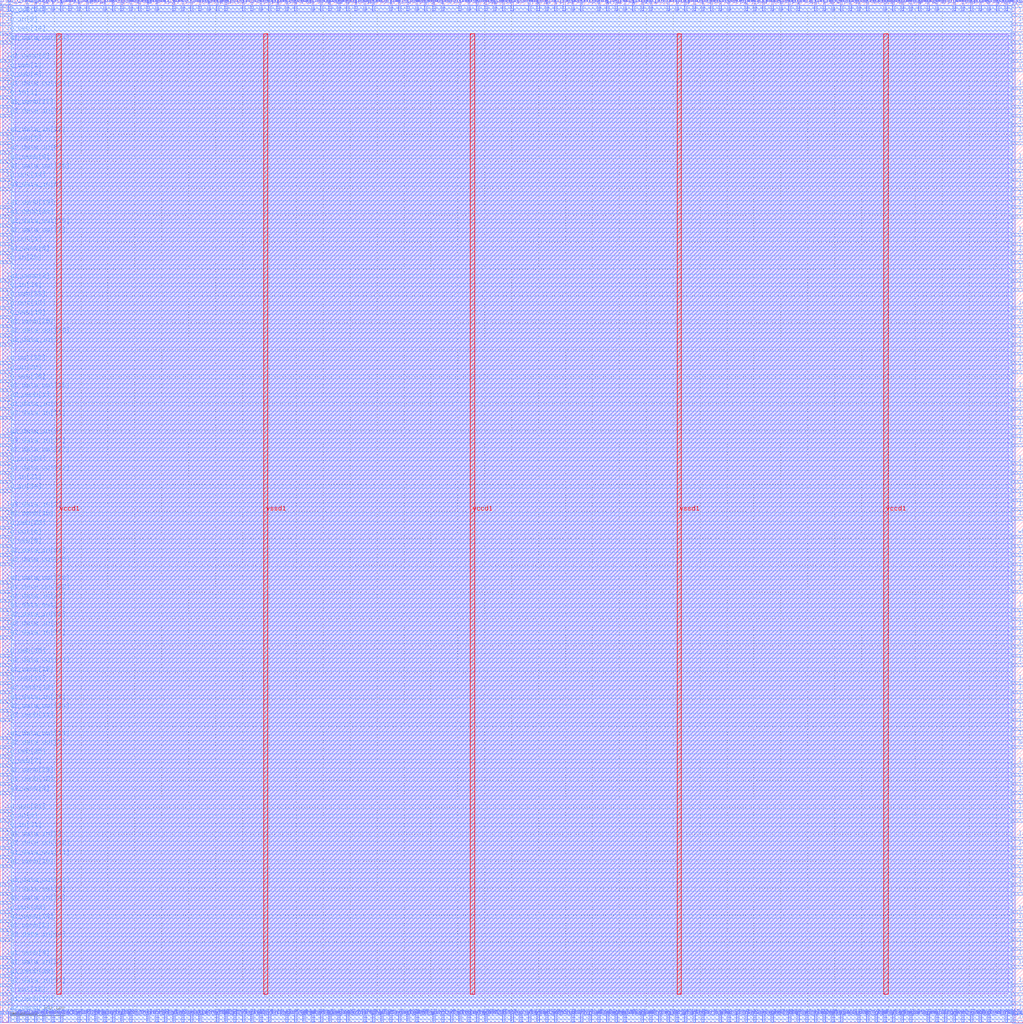
<source format=lef>
VERSION 5.7 ;
  NOWIREEXTENSIONATPIN ON ;
  DIVIDERCHAR "/" ;
  BUSBITCHARS "[]" ;
MACRO wrapped_instrumented_adder_sklansky
  CLASS BLOCK ;
  FOREIGN wrapped_instrumented_adder_sklansky ;
  ORIGIN 0.000 0.000 ;
  SIZE 380.000 BY 380.000 ;
  PIN active
    DIRECTION INPUT ;
    USE SIGNAL ;
    PORT
      LAYER met3 ;
        RECT 376.000 101.740 380.000 102.940 ;
    END
  END active
  PIN io_in[0]
    DIRECTION INPUT ;
    USE SIGNAL ;
    PORT
      LAYER met3 ;
        RECT 0.000 74.540 4.000 75.740 ;
    END
  END io_in[0]
  PIN io_in[10]
    DIRECTION INPUT ;
    USE SIGNAL ;
    PORT
      LAYER met2 ;
        RECT 373.470 0.000 374.030 4.000 ;
    END
  END io_in[10]
  PIN io_in[11]
    DIRECTION INPUT ;
    USE SIGNAL ;
    PORT
      LAYER met3 ;
        RECT 376.000 302.340 380.000 303.540 ;
    END
  END io_in[11]
  PIN io_in[12]
    DIRECTION INPUT ;
    USE SIGNAL ;
    PORT
      LAYER met3 ;
        RECT 376.000 353.340 380.000 354.540 ;
    END
  END io_in[12]
  PIN io_in[13]
    DIRECTION INPUT ;
    USE SIGNAL ;
    PORT
      LAYER met2 ;
        RECT 241.450 0.000 242.010 4.000 ;
    END
  END io_in[13]
  PIN io_in[14]
    DIRECTION INPUT ;
    USE SIGNAL ;
    PORT
      LAYER met2 ;
        RECT 257.550 0.000 258.110 4.000 ;
    END
  END io_in[14]
  PIN io_in[15]
    DIRECTION INPUT ;
    USE SIGNAL ;
    PORT
      LAYER met2 ;
        RECT 35.370 0.000 35.930 4.000 ;
    END
  END io_in[15]
  PIN io_in[16]
    DIRECTION INPUT ;
    USE SIGNAL ;
    PORT
      LAYER met3 ;
        RECT 376.000 200.340 380.000 201.540 ;
    END
  END io_in[16]
  PIN io_in[17]
    DIRECTION INPUT ;
    USE SIGNAL ;
    PORT
      LAYER met3 ;
        RECT 376.000 339.740 380.000 340.940 ;
    END
  END io_in[17]
  PIN io_in[18]
    DIRECTION INPUT ;
    USE SIGNAL ;
    PORT
      LAYER met2 ;
        RECT 41.810 0.000 42.370 4.000 ;
    END
  END io_in[18]
  PIN io_in[19]
    DIRECTION INPUT ;
    USE SIGNAL ;
    PORT
      LAYER met2 ;
        RECT 144.850 0.000 145.410 4.000 ;
    END
  END io_in[19]
  PIN io_in[1]
    DIRECTION INPUT ;
    USE SIGNAL ;
    PORT
      LAYER met3 ;
        RECT 0.000 343.140 4.000 344.340 ;
    END
  END io_in[1]
  PIN io_in[20]
    DIRECTION INPUT ;
    USE SIGNAL ;
    PORT
      LAYER met2 ;
        RECT 199.590 376.000 200.150 380.000 ;
    END
  END io_in[20]
  PIN io_in[21]
    DIRECTION INPUT ;
    USE SIGNAL ;
    PORT
      LAYER met3 ;
        RECT 0.000 200.340 4.000 201.540 ;
    END
  END io_in[21]
  PIN io_in[22]
    DIRECTION INPUT ;
    USE SIGNAL ;
    PORT
      LAYER met2 ;
        RECT 212.470 376.000 213.030 380.000 ;
    END
  END io_in[22]
  PIN io_in[23]
    DIRECTION INPUT ;
    USE SIGNAL ;
    PORT
      LAYER met2 ;
        RECT 292.970 376.000 293.530 380.000 ;
    END
  END io_in[23]
  PIN io_in[24]
    DIRECTION INPUT ;
    USE SIGNAL ;
    PORT
      LAYER met3 ;
        RECT 0.000 271.740 4.000 272.940 ;
    END
  END io_in[24]
  PIN io_in[25]
    DIRECTION INPUT ;
    USE SIGNAL ;
    PORT
      LAYER met2 ;
        RECT 338.050 376.000 338.610 380.000 ;
    END
  END io_in[25]
  PIN io_in[26]
    DIRECTION INPUT ;
    USE SIGNAL ;
    PORT
      LAYER met3 ;
        RECT 0.000 377.140 4.000 378.340 ;
    END
  END io_in[26]
  PIN io_in[27]
    DIRECTION INPUT ;
    USE SIGNAL ;
    PORT
      LAYER met2 ;
        RECT 260.770 0.000 261.330 4.000 ;
    END
  END io_in[27]
  PIN io_in[28]
    DIRECTION INPUT ;
    USE SIGNAL ;
    PORT
      LAYER met3 ;
        RECT 376.000 370.340 380.000 371.540 ;
    END
  END io_in[28]
  PIN io_in[29]
    DIRECTION INPUT ;
    USE SIGNAL ;
    PORT
      LAYER met3 ;
        RECT 376.000 258.140 380.000 259.340 ;
    END
  END io_in[29]
  PIN io_in[2]
    DIRECTION INPUT ;
    USE SIGNAL ;
    PORT
      LAYER met2 ;
        RECT 244.670 0.000 245.230 4.000 ;
    END
  END io_in[2]
  PIN io_in[30]
    DIRECTION INPUT ;
    USE SIGNAL ;
    PORT
      LAYER met3 ;
        RECT 0.000 281.940 4.000 283.140 ;
    END
  END io_in[30]
  PIN io_in[31]
    DIRECTION INPUT ;
    USE SIGNAL ;
    PORT
      LAYER met3 ;
        RECT 0.000 71.140 4.000 72.340 ;
    END
  END io_in[31]
  PIN io_in[32]
    DIRECTION INPUT ;
    USE SIGNAL ;
    PORT
      LAYER met2 ;
        RECT 122.310 0.000 122.870 4.000 ;
    END
  END io_in[32]
  PIN io_in[33]
    DIRECTION INPUT ;
    USE SIGNAL ;
    PORT
      LAYER met2 ;
        RECT 222.130 376.000 222.690 380.000 ;
    END
  END io_in[33]
  PIN io_in[34]
    DIRECTION INPUT ;
    USE SIGNAL ;
    PORT
      LAYER met3 ;
        RECT 0.000 196.940 4.000 198.140 ;
    END
  END io_in[34]
  PIN io_in[35]
    DIRECTION INPUT ;
    USE SIGNAL ;
    PORT
      LAYER met3 ;
        RECT 376.000 135.740 380.000 136.940 ;
    END
  END io_in[35]
  PIN io_in[36]
    DIRECTION INPUT ;
    USE SIGNAL ;
    PORT
      LAYER met3 ;
        RECT 0.000 241.140 4.000 242.340 ;
    END
  END io_in[36]
  PIN io_in[37]
    DIRECTION INPUT ;
    USE SIGNAL ;
    PORT
      LAYER met2 ;
        RECT 302.630 376.000 303.190 380.000 ;
    END
  END io_in[37]
  PIN io_in[3]
    DIRECTION INPUT ;
    USE SIGNAL ;
    PORT
      LAYER met2 ;
        RECT 196.370 0.000 196.930 4.000 ;
    END
  END io_in[3]
  PIN io_in[4]
    DIRECTION INPUT ;
    USE SIGNAL ;
    PORT
      LAYER met2 ;
        RECT 74.010 376.000 74.570 380.000 ;
    END
  END io_in[4]
  PIN io_in[5]
    DIRECTION INPUT ;
    USE SIGNAL ;
    PORT
      LAYER met2 ;
        RECT 231.790 376.000 232.350 380.000 ;
    END
  END io_in[5]
  PIN io_in[6]
    DIRECTION INPUT ;
    USE SIGNAL ;
    PORT
      LAYER met2 ;
        RECT 235.010 376.000 235.570 380.000 ;
    END
  END io_in[6]
  PIN io_in[7]
    DIRECTION INPUT ;
    USE SIGNAL ;
    PORT
      LAYER met2 ;
        RECT 25.710 376.000 26.270 380.000 ;
    END
  END io_in[7]
  PIN io_in[8]
    DIRECTION INPUT ;
    USE SIGNAL ;
    PORT
      LAYER met3 ;
        RECT 376.000 40.540 380.000 41.740 ;
    END
  END io_in[8]
  PIN io_in[9]
    DIRECTION INPUT ;
    USE SIGNAL ;
    PORT
      LAYER met3 ;
        RECT 0.000 370.340 4.000 371.540 ;
    END
  END io_in[9]
  PIN io_oeb[0]
    DIRECTION INOUT ;
    USE SIGNAL ;
    PORT
      LAYER met2 ;
        RECT 334.830 0.000 335.390 4.000 ;
    END
  END io_oeb[0]
  PIN io_oeb[10]
    DIRECTION INOUT ;
    USE SIGNAL ;
    PORT
      LAYER met3 ;
        RECT 376.000 84.740 380.000 85.940 ;
    END
  END io_oeb[10]
  PIN io_oeb[11]
    DIRECTION INOUT ;
    USE SIGNAL ;
    PORT
      LAYER met3 ;
        RECT 0.000 125.540 4.000 126.740 ;
    END
  END io_oeb[11]
  PIN io_oeb[12]
    DIRECTION INOUT ;
    USE SIGNAL ;
    PORT
      LAYER met3 ;
        RECT 376.000 261.540 380.000 262.740 ;
    END
  END io_oeb[12]
  PIN io_oeb[13]
    DIRECTION INOUT ;
    USE SIGNAL ;
    PORT
      LAYER met2 ;
        RECT 251.110 376.000 251.670 380.000 ;
    END
  END io_oeb[13]
  PIN io_oeb[14]
    DIRECTION INOUT ;
    USE SIGNAL ;
    PORT
      LAYER met3 ;
        RECT 0.000 366.940 4.000 368.140 ;
    END
  END io_oeb[14]
  PIN io_oeb[15]
    DIRECTION INOUT ;
    USE SIGNAL ;
    PORT
      LAYER met2 ;
        RECT 122.310 376.000 122.870 380.000 ;
    END
  END io_oeb[15]
  PIN io_oeb[16]
    DIRECTION INOUT ;
    USE SIGNAL ;
    PORT
      LAYER met2 ;
        RECT 299.410 0.000 299.970 4.000 ;
    END
  END io_oeb[16]
  PIN io_oeb[17]
    DIRECTION INOUT ;
    USE SIGNAL ;
    PORT
      LAYER met3 ;
        RECT 376.000 309.140 380.000 310.340 ;
    END
  END io_oeb[17]
  PIN io_oeb[18]
    DIRECTION INOUT ;
    USE SIGNAL ;
    PORT
      LAYER met2 ;
        RECT 51.470 376.000 52.030 380.000 ;
    END
  END io_oeb[18]
  PIN io_oeb[19]
    DIRECTION INOUT ;
    USE SIGNAL ;
    PORT
      LAYER met3 ;
        RECT 0.000 261.540 4.000 262.740 ;
    END
  END io_oeb[19]
  PIN io_oeb[1]
    DIRECTION INOUT ;
    USE SIGNAL ;
    PORT
      LAYER met3 ;
        RECT 0.000 353.340 4.000 354.540 ;
    END
  END io_oeb[1]
  PIN io_oeb[20]
    DIRECTION INOUT ;
    USE SIGNAL ;
    PORT
      LAYER met3 ;
        RECT 376.000 50.740 380.000 51.940 ;
    END
  END io_oeb[20]
  PIN io_oeb[21]
    DIRECTION INOUT ;
    USE SIGNAL ;
    PORT
      LAYER met2 ;
        RECT 177.050 0.000 177.610 4.000 ;
    END
  END io_oeb[21]
  PIN io_oeb[22]
    DIRECTION INOUT ;
    USE SIGNAL ;
    PORT
      LAYER met2 ;
        RECT 3.170 376.000 3.730 380.000 ;
    END
  END io_oeb[22]
  PIN io_oeb[23]
    DIRECTION INOUT ;
    USE SIGNAL ;
    PORT
      LAYER met3 ;
        RECT 376.000 9.940 380.000 11.140 ;
    END
  END io_oeb[23]
  PIN io_oeb[24]
    DIRECTION INOUT ;
    USE SIGNAL ;
    PORT
      LAYER met3 ;
        RECT 0.000 373.740 4.000 374.940 ;
    END
  END io_oeb[24]
  PIN io_oeb[25]
    DIRECTION INOUT ;
    USE SIGNAL ;
    PORT
      LAYER met3 ;
        RECT 0.000 98.340 4.000 99.540 ;
    END
  END io_oeb[25]
  PIN io_oeb[26]
    DIRECTION INOUT ;
    USE SIGNAL ;
    PORT
      LAYER met3 ;
        RECT 0.000 237.740 4.000 238.940 ;
    END
  END io_oeb[26]
  PIN io_oeb[27]
    DIRECTION INOUT ;
    USE SIGNAL ;
    PORT
      LAYER met3 ;
        RECT 376.000 139.140 380.000 140.340 ;
    END
  END io_oeb[27]
  PIN io_oeb[28]
    DIRECTION INOUT ;
    USE SIGNAL ;
    PORT
      LAYER met3 ;
        RECT 0.000 183.340 4.000 184.540 ;
    END
  END io_oeb[28]
  PIN io_oeb[29]
    DIRECTION INOUT ;
    USE SIGNAL ;
    PORT
      LAYER met2 ;
        RECT 228.570 0.000 229.130 4.000 ;
    END
  END io_oeb[29]
  PIN io_oeb[2]
    DIRECTION INOUT ;
    USE SIGNAL ;
    PORT
      LAYER met2 ;
        RECT 331.610 376.000 332.170 380.000 ;
    END
  END io_oeb[2]
  PIN io_oeb[30]
    DIRECTION INOUT ;
    USE SIGNAL ;
    PORT
      LAYER met3 ;
        RECT 376.000 145.940 380.000 147.140 ;
    END
  END io_oeb[30]
  PIN io_oeb[31]
    DIRECTION INOUT ;
    USE SIGNAL ;
    PORT
      LAYER met2 ;
        RECT 350.930 0.000 351.490 4.000 ;
    END
  END io_oeb[31]
  PIN io_oeb[32]
    DIRECTION INOUT ;
    USE SIGNAL ;
    PORT
      LAYER met2 ;
        RECT 225.350 376.000 225.910 380.000 ;
    END
  END io_oeb[32]
  PIN io_oeb[33]
    DIRECTION INOUT ;
    USE SIGNAL ;
    PORT
      LAYER met3 ;
        RECT 0.000 268.340 4.000 269.540 ;
    END
  END io_oeb[33]
  PIN io_oeb[34]
    DIRECTION INOUT ;
    USE SIGNAL ;
    PORT
      LAYER met2 ;
        RECT 215.690 376.000 216.250 380.000 ;
    END
  END io_oeb[34]
  PIN io_oeb[35]
    DIRECTION INOUT ;
    USE SIGNAL ;
    PORT
      LAYER met3 ;
        RECT 0.000 135.740 4.000 136.940 ;
    END
  END io_oeb[35]
  PIN io_oeb[36]
    DIRECTION INOUT ;
    USE SIGNAL ;
    PORT
      LAYER met3 ;
        RECT 376.000 343.140 380.000 344.340 ;
    END
  END io_oeb[36]
  PIN io_oeb[37]
    DIRECTION INOUT ;
    USE SIGNAL ;
    PORT
      LAYER met2 ;
        RECT 67.570 376.000 68.130 380.000 ;
    END
  END io_oeb[37]
  PIN io_oeb[3]
    DIRECTION INOUT ;
    USE SIGNAL ;
    PORT
      LAYER met3 ;
        RECT 376.000 -0.260 380.000 0.940 ;
    END
  END io_oeb[3]
  PIN io_oeb[4]
    DIRECTION INOUT ;
    USE SIGNAL ;
    PORT
      LAYER met3 ;
        RECT 0.000 349.940 4.000 351.140 ;
    END
  END io_oeb[4]
  PIN io_oeb[5]
    DIRECTION INOUT ;
    USE SIGNAL ;
    PORT
      LAYER met3 ;
        RECT 0.000 326.140 4.000 327.340 ;
    END
  END io_oeb[5]
  PIN io_oeb[6]
    DIRECTION INOUT ;
    USE SIGNAL ;
    PORT
      LAYER met3 ;
        RECT 0.000 176.540 4.000 177.740 ;
    END
  END io_oeb[6]
  PIN io_oeb[7]
    DIRECTION INOUT ;
    USE SIGNAL ;
    PORT
      LAYER met3 ;
        RECT 0.000 94.940 4.000 96.140 ;
    END
  END io_oeb[7]
  PIN io_oeb[8]
    DIRECTION INOUT ;
    USE SIGNAL ;
    PORT
      LAYER met2 ;
        RECT 154.510 376.000 155.070 380.000 ;
    END
  END io_oeb[8]
  PIN io_oeb[9]
    DIRECTION INOUT ;
    USE SIGNAL ;
    PORT
      LAYER met2 ;
        RECT 309.070 0.000 309.630 4.000 ;
    END
  END io_oeb[9]
  PIN io_out[0]
    DIRECTION INOUT ;
    USE SIGNAL ;
    PORT
      LAYER met2 ;
        RECT 370.250 376.000 370.810 380.000 ;
    END
  END io_out[0]
  PIN io_out[10]
    DIRECTION INOUT ;
    USE SIGNAL ;
    PORT
      LAYER met3 ;
        RECT 376.000 264.940 380.000 266.140 ;
    END
  END io_out[10]
  PIN io_out[11]
    DIRECTION INOUT ;
    USE SIGNAL ;
    PORT
      LAYER met2 ;
        RECT 12.830 376.000 13.390 380.000 ;
    END
  END io_out[11]
  PIN io_out[12]
    DIRECTION INOUT ;
    USE SIGNAL ;
    PORT
      LAYER met2 ;
        RECT 241.450 376.000 242.010 380.000 ;
    END
  END io_out[12]
  PIN io_out[13]
    DIRECTION INOUT ;
    USE SIGNAL ;
    PORT
      LAYER met3 ;
        RECT 0.000 264.940 4.000 266.140 ;
    END
  END io_out[13]
  PIN io_out[14]
    DIRECTION INOUT ;
    USE SIGNAL ;
    PORT
      LAYER met3 ;
        RECT 0.000 312.540 4.000 313.740 ;
    END
  END io_out[14]
  PIN io_out[15]
    DIRECTION INOUT ;
    USE SIGNAL ;
    PORT
      LAYER met3 ;
        RECT 376.000 363.540 380.000 364.740 ;
    END
  END io_out[15]
  PIN io_out[16]
    DIRECTION INOUT ;
    USE SIGNAL ;
    PORT
      LAYER met2 ;
        RECT 54.690 376.000 55.250 380.000 ;
    END
  END io_out[16]
  PIN io_out[17]
    DIRECTION INOUT ;
    USE SIGNAL ;
    PORT
      LAYER met2 ;
        RECT 196.370 376.000 196.930 380.000 ;
    END
  END io_out[17]
  PIN io_out[18]
    DIRECTION INOUT ;
    USE SIGNAL ;
    PORT
      LAYER met3 ;
        RECT 0.000 9.940 4.000 11.140 ;
    END
  END io_out[18]
  PIN io_out[19]
    DIRECTION INOUT ;
    USE SIGNAL ;
    PORT
      LAYER met2 ;
        RECT 70.790 0.000 71.350 4.000 ;
    END
  END io_out[19]
  PIN io_out[1]
    DIRECTION INOUT ;
    USE SIGNAL ;
    PORT
      LAYER met3 ;
        RECT 0.000 288.740 4.000 289.940 ;
    END
  END io_out[1]
  PIN io_out[20]
    DIRECTION INOUT ;
    USE SIGNAL ;
    PORT
      LAYER met3 ;
        RECT 376.000 193.540 380.000 194.740 ;
    END
  END io_out[20]
  PIN io_out[21]
    DIRECTION INOUT ;
    USE SIGNAL ;
    PORT
      LAYER met3 ;
        RECT 0.000 77.940 4.000 79.140 ;
    END
  END io_out[21]
  PIN io_out[22]
    DIRECTION INOUT ;
    USE SIGNAL ;
    PORT
      LAYER met3 ;
        RECT 0.000 40.540 4.000 41.740 ;
    END
  END io_out[22]
  PIN io_out[23]
    DIRECTION INOUT ;
    USE SIGNAL ;
    PORT
      LAYER met3 ;
        RECT 376.000 20.140 380.000 21.340 ;
    END
  END io_out[23]
  PIN io_out[24]
    DIRECTION INOUT ;
    USE SIGNAL ;
    PORT
      LAYER met3 ;
        RECT 0.000 207.140 4.000 208.340 ;
    END
  END io_out[24]
  PIN io_out[25]
    DIRECTION INOUT ;
    USE SIGNAL ;
    PORT
      LAYER met2 ;
        RECT 357.370 0.000 357.930 4.000 ;
    END
  END io_out[25]
  PIN io_out[26]
    DIRECTION INOUT ;
    USE SIGNAL ;
    PORT
      LAYER met3 ;
        RECT 376.000 332.940 380.000 334.140 ;
    END
  END io_out[26]
  PIN io_out[27]
    DIRECTION INOUT ;
    USE SIGNAL ;
    PORT
      LAYER met3 ;
        RECT 376.000 111.940 380.000 113.140 ;
    END
  END io_out[27]
  PIN io_out[28]
    DIRECTION INOUT ;
    USE SIGNAL ;
    PORT
      LAYER met2 ;
        RECT 170.610 0.000 171.170 4.000 ;
    END
  END io_out[28]
  PIN io_out[29]
    DIRECTION INOUT ;
    USE SIGNAL ;
    PORT
      LAYER met2 ;
        RECT 19.270 376.000 19.830 380.000 ;
    END
  END io_out[29]
  PIN io_out[2]
    DIRECTION INOUT ;
    USE SIGNAL ;
    PORT
      LAYER met2 ;
        RECT 189.930 376.000 190.490 380.000 ;
    END
  END io_out[2]
  PIN io_out[30]
    DIRECTION INOUT ;
    USE SIGNAL ;
    PORT
      LAYER met3 ;
        RECT 376.000 275.140 380.000 276.340 ;
    END
  END io_out[30]
  PIN io_out[31]
    DIRECTION INOUT ;
    USE SIGNAL ;
    PORT
      LAYER met2 ;
        RECT 280.090 376.000 280.650 380.000 ;
    END
  END io_out[31]
  PIN io_out[32]
    DIRECTION INOUT ;
    USE SIGNAL ;
    PORT
      LAYER met3 ;
        RECT 0.000 244.540 4.000 245.740 ;
    END
  END io_out[32]
  PIN io_out[33]
    DIRECTION INOUT ;
    USE SIGNAL ;
    PORT
      LAYER met2 ;
        RECT 344.490 0.000 345.050 4.000 ;
    END
  END io_out[33]
  PIN io_out[34]
    DIRECTION INOUT ;
    USE SIGNAL ;
    PORT
      LAYER met2 ;
        RECT 128.750 0.000 129.310 4.000 ;
    END
  END io_out[34]
  PIN io_out[35]
    DIRECTION INOUT ;
    USE SIGNAL ;
    PORT
      LAYER met2 ;
        RECT 99.770 376.000 100.330 380.000 ;
    END
  END io_out[35]
  PIN io_out[36]
    DIRECTION INOUT ;
    USE SIGNAL ;
    PORT
      LAYER met2 ;
        RECT 173.830 376.000 174.390 380.000 ;
    END
  END io_out[36]
  PIN io_out[37]
    DIRECTION INOUT ;
    USE SIGNAL ;
    PORT
      LAYER met2 ;
        RECT 360.590 376.000 361.150 380.000 ;
    END
  END io_out[37]
  PIN io_out[3]
    DIRECTION INOUT ;
    USE SIGNAL ;
    PORT
      LAYER met2 ;
        RECT 135.190 376.000 135.750 380.000 ;
    END
  END io_out[3]
  PIN io_out[4]
    DIRECTION INOUT ;
    USE SIGNAL ;
    PORT
      LAYER met2 ;
        RECT 9.610 376.000 10.170 380.000 ;
    END
  END io_out[4]
  PIN io_out[5]
    DIRECTION INOUT ;
    USE SIGNAL ;
    PORT
      LAYER met2 ;
        RECT 77.230 376.000 77.790 380.000 ;
    END
  END io_out[5]
  PIN io_out[6]
    DIRECTION INOUT ;
    USE SIGNAL ;
    PORT
      LAYER met3 ;
        RECT 0.000 179.940 4.000 181.140 ;
    END
  END io_out[6]
  PIN io_out[7]
    DIRECTION INOUT ;
    USE SIGNAL ;
    PORT
      LAYER met3 ;
        RECT 376.000 64.340 380.000 65.540 ;
    END
  END io_out[7]
  PIN io_out[8]
    DIRECTION INOUT ;
    USE SIGNAL ;
    PORT
      LAYER met2 ;
        RECT 28.930 376.000 29.490 380.000 ;
    END
  END io_out[8]
  PIN io_out[9]
    DIRECTION INOUT ;
    USE SIGNAL ;
    PORT
      LAYER met3 ;
        RECT 376.000 37.140 380.000 38.340 ;
    END
  END io_out[9]
  PIN la1_data_in[0]
    DIRECTION INPUT ;
    USE SIGNAL ;
    PORT
      LAYER met2 ;
        RECT 209.250 376.000 209.810 380.000 ;
    END
  END la1_data_in[0]
  PIN la1_data_in[10]
    DIRECTION INPUT ;
    USE SIGNAL ;
    PORT
      LAYER met2 ;
        RECT 16.050 376.000 16.610 380.000 ;
    END
  END la1_data_in[10]
  PIN la1_data_in[11]
    DIRECTION INPUT ;
    USE SIGNAL ;
    PORT
      LAYER met2 ;
        RECT 96.550 376.000 97.110 380.000 ;
    END
  END la1_data_in[11]
  PIN la1_data_in[12]
    DIRECTION INPUT ;
    USE SIGNAL ;
    PORT
      LAYER met3 ;
        RECT 376.000 60.940 380.000 62.140 ;
    END
  END la1_data_in[12]
  PIN la1_data_in[13]
    DIRECTION INPUT ;
    USE SIGNAL ;
    PORT
      LAYER met2 ;
        RECT 215.690 0.000 216.250 4.000 ;
    END
  END la1_data_in[13]
  PIN la1_data_in[14]
    DIRECTION INPUT ;
    USE SIGNAL ;
    PORT
      LAYER met2 ;
        RECT 305.850 0.000 306.410 4.000 ;
    END
  END la1_data_in[14]
  PIN la1_data_in[15]
    DIRECTION INPUT ;
    USE SIGNAL ;
    PORT
      LAYER met3 ;
        RECT 376.000 81.340 380.000 82.540 ;
    END
  END la1_data_in[15]
  PIN la1_data_in[16]
    DIRECTION INPUT ;
    USE SIGNAL ;
    PORT
      LAYER met2 ;
        RECT 109.430 0.000 109.990 4.000 ;
    END
  END la1_data_in[16]
  PIN la1_data_in[17]
    DIRECTION INPUT ;
    USE SIGNAL ;
    PORT
      LAYER met3 ;
        RECT 376.000 57.540 380.000 58.740 ;
    END
  END la1_data_in[17]
  PIN la1_data_in[18]
    DIRECTION INPUT ;
    USE SIGNAL ;
    PORT
      LAYER met3 ;
        RECT 376.000 142.540 380.000 143.740 ;
    END
  END la1_data_in[18]
  PIN la1_data_in[19]
    DIRECTION INPUT ;
    USE SIGNAL ;
    PORT
      LAYER met2 ;
        RECT 321.950 376.000 322.510 380.000 ;
    END
  END la1_data_in[19]
  PIN la1_data_in[1]
    DIRECTION INPUT ;
    USE SIGNAL ;
    PORT
      LAYER met2 ;
        RECT 341.270 376.000 341.830 380.000 ;
    END
  END la1_data_in[1]
  PIN la1_data_in[20]
    DIRECTION INPUT ;
    USE SIGNAL ;
    PORT
      LAYER met3 ;
        RECT 376.000 356.740 380.000 357.940 ;
    END
  END la1_data_in[20]
  PIN la1_data_in[21]
    DIRECTION INPUT ;
    USE SIGNAL ;
    PORT
      LAYER met3 ;
        RECT 376.000 315.940 380.000 317.140 ;
    END
  END la1_data_in[21]
  PIN la1_data_in[22]
    DIRECTION INPUT ;
    USE SIGNAL ;
    PORT
      LAYER met2 ;
        RECT 331.610 0.000 332.170 4.000 ;
    END
  END la1_data_in[22]
  PIN la1_data_in[23]
    DIRECTION INPUT ;
    USE SIGNAL ;
    PORT
      LAYER met2 ;
        RECT 257.550 376.000 258.110 380.000 ;
    END
  END la1_data_in[23]
  PIN la1_data_in[24]
    DIRECTION INPUT ;
    USE SIGNAL ;
    PORT
      LAYER met3 ;
        RECT 0.000 118.740 4.000 119.940 ;
    END
  END la1_data_in[24]
  PIN la1_data_in[25]
    DIRECTION INPUT ;
    USE SIGNAL ;
    PORT
      LAYER met2 ;
        RECT 286.530 376.000 287.090 380.000 ;
    END
  END la1_data_in[25]
  PIN la1_data_in[26]
    DIRECTION INPUT ;
    USE SIGNAL ;
    PORT
      LAYER met2 ;
        RECT 312.290 376.000 312.850 380.000 ;
    END
  END la1_data_in[26]
  PIN la1_data_in[27]
    DIRECTION INPUT ;
    USE SIGNAL ;
    PORT
      LAYER met2 ;
        RECT 367.030 376.000 367.590 380.000 ;
    END
  END la1_data_in[27]
  PIN la1_data_in[28]
    DIRECTION INPUT ;
    USE SIGNAL ;
    PORT
      LAYER met3 ;
        RECT 376.000 373.740 380.000 374.940 ;
    END
  END la1_data_in[28]
  PIN la1_data_in[29]
    DIRECTION INPUT ;
    USE SIGNAL ;
    PORT
      LAYER met2 ;
        RECT 119.090 0.000 119.650 4.000 ;
    END
  END la1_data_in[29]
  PIN la1_data_in[2]
    DIRECTION INPUT ;
    USE SIGNAL ;
    PORT
      LAYER met2 ;
        RECT 167.390 0.000 167.950 4.000 ;
    END
  END la1_data_in[2]
  PIN la1_data_in[30]
    DIRECTION INPUT ;
    USE SIGNAL ;
    PORT
      LAYER met3 ;
        RECT 376.000 254.740 380.000 255.940 ;
    END
  END la1_data_in[30]
  PIN la1_data_in[31]
    DIRECTION INPUT ;
    USE SIGNAL ;
    PORT
      LAYER met3 ;
        RECT 0.000 227.540 4.000 228.740 ;
    END
  END la1_data_in[31]
  PIN la1_data_in[3]
    DIRECTION INPUT ;
    USE SIGNAL ;
    PORT
      LAYER met3 ;
        RECT 0.000 20.140 4.000 21.340 ;
    END
  END la1_data_in[3]
  PIN la1_data_in[4]
    DIRECTION INPUT ;
    USE SIGNAL ;
    PORT
      LAYER met2 ;
        RECT 270.430 376.000 270.990 380.000 ;
    END
  END la1_data_in[4]
  PIN la1_data_in[5]
    DIRECTION INPUT ;
    USE SIGNAL ;
    PORT
      LAYER met2 ;
        RECT 251.110 0.000 251.670 4.000 ;
    END
  END la1_data_in[5]
  PIN la1_data_in[6]
    DIRECTION INPUT ;
    USE SIGNAL ;
    PORT
      LAYER met2 ;
        RECT 218.910 0.000 219.470 4.000 ;
    END
  END la1_data_in[6]
  PIN la1_data_in[7]
    DIRECTION INPUT ;
    USE SIGNAL ;
    PORT
      LAYER met2 ;
        RECT 70.790 376.000 71.350 380.000 ;
    END
  END la1_data_in[7]
  PIN la1_data_in[8]
    DIRECTION INPUT ;
    USE SIGNAL ;
    PORT
      LAYER met2 ;
        RECT 270.430 0.000 270.990 4.000 ;
    END
  END la1_data_in[8]
  PIN la1_data_in[9]
    DIRECTION INPUT ;
    USE SIGNAL ;
    PORT
      LAYER met2 ;
        RECT 86.890 0.000 87.450 4.000 ;
    END
  END la1_data_in[9]
  PIN la1_data_out[0]
    DIRECTION INOUT ;
    USE SIGNAL ;
    PORT
      LAYER met2 ;
        RECT 170.610 376.000 171.170 380.000 ;
    END
  END la1_data_out[0]
  PIN la1_data_out[10]
    DIRECTION INOUT ;
    USE SIGNAL ;
    PORT
      LAYER met2 ;
        RECT 164.170 0.000 164.730 4.000 ;
    END
  END la1_data_out[10]
  PIN la1_data_out[11]
    DIRECTION INOUT ;
    USE SIGNAL ;
    PORT
      LAYER met3 ;
        RECT 0.000 60.940 4.000 62.140 ;
    END
  END la1_data_out[11]
  PIN la1_data_out[12]
    DIRECTION INOUT ;
    USE SIGNAL ;
    PORT
      LAYER met3 ;
        RECT 376.000 230.940 380.000 232.140 ;
    END
  END la1_data_out[12]
  PIN la1_data_out[13]
    DIRECTION INOUT ;
    USE SIGNAL ;
    PORT
      LAYER met3 ;
        RECT 376.000 77.940 380.000 79.140 ;
    END
  END la1_data_out[13]
  PIN la1_data_out[14]
    DIRECTION INOUT ;
    USE SIGNAL ;
    PORT
      LAYER met3 ;
        RECT 0.000 105.140 4.000 106.340 ;
    END
  END la1_data_out[14]
  PIN la1_data_out[15]
    DIRECTION INOUT ;
    USE SIGNAL ;
    PORT
      LAYER met2 ;
        RECT 238.230 0.000 238.790 4.000 ;
    END
  END la1_data_out[15]
  PIN la1_data_out[16]
    DIRECTION INOUT ;
    USE SIGNAL ;
    PORT
      LAYER met3 ;
        RECT 0.000 315.940 4.000 317.140 ;
    END
  END la1_data_out[16]
  PIN la1_data_out[17]
    DIRECTION INOUT ;
    USE SIGNAL ;
    PORT
      LAYER met2 ;
        RECT 125.530 0.000 126.090 4.000 ;
    END
  END la1_data_out[17]
  PIN la1_data_out[18]
    DIRECTION INOUT ;
    USE SIGNAL ;
    PORT
      LAYER met2 ;
        RECT 151.290 0.000 151.850 4.000 ;
    END
  END la1_data_out[18]
  PIN la1_data_out[19]
    DIRECTION INOUT ;
    USE SIGNAL ;
    PORT
      LAYER met2 ;
        RECT 61.130 0.000 61.690 4.000 ;
    END
  END la1_data_out[19]
  PIN la1_data_out[1]
    DIRECTION INOUT ;
    USE SIGNAL ;
    PORT
      LAYER met3 ;
        RECT 376.000 152.740 380.000 153.940 ;
    END
  END la1_data_out[1]
  PIN la1_data_out[20]
    DIRECTION INOUT ;
    USE SIGNAL ;
    PORT
      LAYER met3 ;
        RECT 0.000 162.940 4.000 164.140 ;
    END
  END la1_data_out[20]
  PIN la1_data_out[21]
    DIRECTION INOUT ;
    USE SIGNAL ;
    PORT
      LAYER met3 ;
        RECT 0.000 346.540 4.000 347.740 ;
    END
  END la1_data_out[21]
  PIN la1_data_out[22]
    DIRECTION INOUT ;
    USE SIGNAL ;
    PORT
      LAYER met3 ;
        RECT 0.000 159.540 4.000 160.740 ;
    END
  END la1_data_out[22]
  PIN la1_data_out[23]
    DIRECTION INOUT ;
    USE SIGNAL ;
    PORT
      LAYER met2 ;
        RECT 106.210 376.000 106.770 380.000 ;
    END
  END la1_data_out[23]
  PIN la1_data_out[24]
    DIRECTION INOUT ;
    USE SIGNAL ;
    PORT
      LAYER met3 ;
        RECT 0.000 363.540 4.000 364.740 ;
    END
  END la1_data_out[24]
  PIN la1_data_out[25]
    DIRECTION INOUT ;
    USE SIGNAL ;
    PORT
      LAYER met3 ;
        RECT 376.000 305.740 380.000 306.940 ;
    END
  END la1_data_out[25]
  PIN la1_data_out[26]
    DIRECTION INOUT ;
    USE SIGNAL ;
    PORT
      LAYER met2 ;
        RECT 354.150 376.000 354.710 380.000 ;
    END
  END la1_data_out[26]
  PIN la1_data_out[27]
    DIRECTION INOUT ;
    USE SIGNAL ;
    PORT
      LAYER met3 ;
        RECT 376.000 166.340 380.000 167.540 ;
    END
  END la1_data_out[27]
  PIN la1_data_out[28]
    DIRECTION INOUT ;
    USE SIGNAL ;
    PORT
      LAYER met2 ;
        RECT 228.570 376.000 229.130 380.000 ;
    END
  END la1_data_out[28]
  PIN la1_data_out[29]
    DIRECTION INOUT ;
    USE SIGNAL ;
    PORT
      LAYER met3 ;
        RECT 0.000 203.740 4.000 204.940 ;
    END
  END la1_data_out[29]
  PIN la1_data_out[2]
    DIRECTION INOUT ;
    USE SIGNAL ;
    PORT
      LAYER met2 ;
        RECT 112.650 0.000 113.210 4.000 ;
    END
  END la1_data_out[2]
  PIN la1_data_out[30]
    DIRECTION INOUT ;
    USE SIGNAL ;
    PORT
      LAYER met2 ;
        RECT 135.190 0.000 135.750 4.000 ;
    END
  END la1_data_out[30]
  PIN la1_data_out[31]
    DIRECTION INOUT ;
    USE SIGNAL ;
    PORT
      LAYER met3 ;
        RECT 376.000 132.340 380.000 133.540 ;
    END
  END la1_data_out[31]
  PIN la1_data_out[3]
    DIRECTION INOUT ;
    USE SIGNAL ;
    PORT
      LAYER met3 ;
        RECT 0.000 152.740 4.000 153.940 ;
    END
  END la1_data_out[3]
  PIN la1_data_out[4]
    DIRECTION INOUT ;
    USE SIGNAL ;
    PORT
      LAYER met2 ;
        RECT 93.330 376.000 93.890 380.000 ;
    END
  END la1_data_out[4]
  PIN la1_data_out[5]
    DIRECTION INOUT ;
    USE SIGNAL ;
    PORT
      LAYER met2 ;
        RECT 206.030 376.000 206.590 380.000 ;
    END
  END la1_data_out[5]
  PIN la1_data_out[6]
    DIRECTION INOUT ;
    USE SIGNAL ;
    PORT
      LAYER met3 ;
        RECT 376.000 285.340 380.000 286.540 ;
    END
  END la1_data_out[6]
  PIN la1_data_out[7]
    DIRECTION INOUT ;
    USE SIGNAL ;
    PORT
      LAYER met2 ;
        RECT 160.950 376.000 161.510 380.000 ;
    END
  END la1_data_out[7]
  PIN la1_data_out[8]
    DIRECTION INOUT ;
    USE SIGNAL ;
    PORT
      LAYER met3 ;
        RECT 376.000 329.540 380.000 330.740 ;
    END
  END la1_data_out[8]
  PIN la1_data_out[9]
    DIRECTION INOUT ;
    USE SIGNAL ;
    PORT
      LAYER met3 ;
        RECT 376.000 26.940 380.000 28.140 ;
    END
  END la1_data_out[9]
  PIN la1_oenb[0]
    DIRECTION INPUT ;
    USE SIGNAL ;
    PORT
      LAYER met2 ;
        RECT 315.510 376.000 316.070 380.000 ;
    END
  END la1_oenb[0]
  PIN la1_oenb[10]
    DIRECTION INPUT ;
    USE SIGNAL ;
    PORT
      LAYER met3 ;
        RECT 0.000 6.540 4.000 7.740 ;
    END
  END la1_oenb[10]
  PIN la1_oenb[11]
    DIRECTION INPUT ;
    USE SIGNAL ;
    PORT
      LAYER met2 ;
        RECT 106.210 0.000 106.770 4.000 ;
    END
  END la1_oenb[11]
  PIN la1_oenb[12]
    DIRECTION INPUT ;
    USE SIGNAL ;
    PORT
      LAYER met3 ;
        RECT 0.000 88.140 4.000 89.340 ;
    END
  END la1_oenb[12]
  PIN la1_oenb[13]
    DIRECTION INPUT ;
    USE SIGNAL ;
    PORT
      LAYER met2 ;
        RECT 193.150 0.000 193.710 4.000 ;
    END
  END la1_oenb[13]
  PIN la1_oenb[14]
    DIRECTION INPUT ;
    USE SIGNAL ;
    PORT
      LAYER met2 ;
        RECT 83.670 376.000 84.230 380.000 ;
    END
  END la1_oenb[14]
  PIN la1_oenb[15]
    DIRECTION INPUT ;
    USE SIGNAL ;
    PORT
      LAYER met2 ;
        RECT 48.250 0.000 48.810 4.000 ;
    END
  END la1_oenb[15]
  PIN la1_oenb[16]
    DIRECTION INPUT ;
    USE SIGNAL ;
    PORT
      LAYER met2 ;
        RECT 38.590 376.000 39.150 380.000 ;
    END
  END la1_oenb[16]
  PIN la1_oenb[17]
    DIRECTION INPUT ;
    USE SIGNAL ;
    PORT
      LAYER met2 ;
        RECT 154.510 0.000 155.070 4.000 ;
    END
  END la1_oenb[17]
  PIN la1_oenb[18]
    DIRECTION INPUT ;
    USE SIGNAL ;
    PORT
      LAYER met2 ;
        RECT 45.030 376.000 45.590 380.000 ;
    END
  END la1_oenb[18]
  PIN la1_oenb[19]
    DIRECTION INPUT ;
    USE SIGNAL ;
    PORT
      LAYER met3 ;
        RECT 0.000 302.340 4.000 303.540 ;
    END
  END la1_oenb[19]
  PIN la1_oenb[1]
    DIRECTION INPUT ;
    USE SIGNAL ;
    PORT
      LAYER met2 ;
        RECT 148.070 376.000 148.630 380.000 ;
    END
  END la1_oenb[1]
  PIN la1_oenb[20]
    DIRECTION INPUT ;
    USE SIGNAL ;
    PORT
      LAYER met3 ;
        RECT 0.000 298.940 4.000 300.140 ;
    END
  END la1_oenb[20]
  PIN la1_oenb[21]
    DIRECTION INPUT ;
    USE SIGNAL ;
    PORT
      LAYER met3 ;
        RECT 376.000 47.340 380.000 48.540 ;
    END
  END la1_oenb[21]
  PIN la1_oenb[22]
    DIRECTION INPUT ;
    USE SIGNAL ;
    PORT
      LAYER met2 ;
        RECT 173.830 0.000 174.390 4.000 ;
    END
  END la1_oenb[22]
  PIN la1_oenb[23]
    DIRECTION INPUT ;
    USE SIGNAL ;
    PORT
      LAYER met2 ;
        RECT 96.550 0.000 97.110 4.000 ;
    END
  END la1_oenb[23]
  PIN la1_oenb[24]
    DIRECTION INPUT ;
    USE SIGNAL ;
    PORT
      LAYER met3 ;
        RECT 376.000 281.940 380.000 283.140 ;
    END
  END la1_oenb[24]
  PIN la1_oenb[25]
    DIRECTION INPUT ;
    USE SIGNAL ;
    PORT
      LAYER met3 ;
        RECT 376.000 125.540 380.000 126.740 ;
    END
  END la1_oenb[25]
  PIN la1_oenb[26]
    DIRECTION INPUT ;
    USE SIGNAL ;
    PORT
      LAYER met2 ;
        RECT 363.810 0.000 364.370 4.000 ;
    END
  END la1_oenb[26]
  PIN la1_oenb[27]
    DIRECTION INPUT ;
    USE SIGNAL ;
    PORT
      LAYER met2 ;
        RECT 151.290 376.000 151.850 380.000 ;
    END
  END la1_oenb[27]
  PIN la1_oenb[28]
    DIRECTION INPUT ;
    USE SIGNAL ;
    PORT
      LAYER met2 ;
        RECT 283.310 376.000 283.870 380.000 ;
    END
  END la1_oenb[28]
  PIN la1_oenb[29]
    DIRECTION INPUT ;
    USE SIGNAL ;
    PORT
      LAYER met3 ;
        RECT 0.000 16.740 4.000 17.940 ;
    END
  END la1_oenb[29]
  PIN la1_oenb[2]
    DIRECTION INPUT ;
    USE SIGNAL ;
    PORT
      LAYER met3 ;
        RECT 0.000 275.140 4.000 276.340 ;
    END
  END la1_oenb[2]
  PIN la1_oenb[30]
    DIRECTION INPUT ;
    USE SIGNAL ;
    PORT
      LAYER met2 ;
        RECT 186.710 376.000 187.270 380.000 ;
    END
  END la1_oenb[30]
  PIN la1_oenb[31]
    DIRECTION INPUT ;
    USE SIGNAL ;
    PORT
      LAYER met2 ;
        RECT 19.270 0.000 19.830 4.000 ;
    END
  END la1_oenb[31]
  PIN la1_oenb[3]
    DIRECTION INPUT ;
    USE SIGNAL ;
    PORT
      LAYER met2 ;
        RECT 148.070 0.000 148.630 4.000 ;
    END
  END la1_oenb[3]
  PIN la1_oenb[4]
    DIRECTION INPUT ;
    USE SIGNAL ;
    PORT
      LAYER met3 ;
        RECT 0.000 23.540 4.000 24.740 ;
    END
  END la1_oenb[4]
  PIN la1_oenb[5]
    DIRECTION INPUT ;
    USE SIGNAL ;
    PORT
      LAYER met2 ;
        RECT 328.390 0.000 328.950 4.000 ;
    END
  END la1_oenb[5]
  PIN la1_oenb[6]
    DIRECTION INPUT ;
    USE SIGNAL ;
    PORT
      LAYER met3 ;
        RECT 0.000 285.340 4.000 286.540 ;
    END
  END la1_oenb[6]
  PIN la1_oenb[7]
    DIRECTION INPUT ;
    USE SIGNAL ;
    PORT
      LAYER met2 ;
        RECT 83.670 0.000 84.230 4.000 ;
    END
  END la1_oenb[7]
  PIN la1_oenb[8]
    DIRECTION INPUT ;
    USE SIGNAL ;
    PORT
      LAYER met2 ;
        RECT 325.170 0.000 325.730 4.000 ;
    END
  END la1_oenb[8]
  PIN la1_oenb[9]
    DIRECTION INPUT ;
    USE SIGNAL ;
    PORT
      LAYER met3 ;
        RECT 376.000 173.140 380.000 174.340 ;
    END
  END la1_oenb[9]
  PIN la2_data_in[0]
    DIRECTION INPUT ;
    USE SIGNAL ;
    PORT
      LAYER met2 ;
        RECT 80.450 376.000 81.010 380.000 ;
    END
  END la2_data_in[0]
  PIN la2_data_in[10]
    DIRECTION INPUT ;
    USE SIGNAL ;
    PORT
      LAYER met3 ;
        RECT 0.000 145.940 4.000 147.140 ;
    END
  END la2_data_in[10]
  PIN la2_data_in[11]
    DIRECTION INPUT ;
    USE SIGNAL ;
    PORT
      LAYER met3 ;
        RECT 0.000 173.140 4.000 174.340 ;
    END
  END la2_data_in[11]
  PIN la2_data_in[12]
    DIRECTION INPUT ;
    USE SIGNAL ;
    PORT
      LAYER met3 ;
        RECT 0.000 329.540 4.000 330.740 ;
    END
  END la2_data_in[12]
  PIN la2_data_in[13]
    DIRECTION INPUT ;
    USE SIGNAL ;
    PORT
      LAYER met2 ;
        RECT 115.870 376.000 116.430 380.000 ;
    END
  END la2_data_in[13]
  PIN la2_data_in[14]
    DIRECTION INPUT ;
    USE SIGNAL ;
    PORT
      LAYER met2 ;
        RECT 180.270 376.000 180.830 380.000 ;
    END
  END la2_data_in[14]
  PIN la2_data_in[15]
    DIRECTION INPUT ;
    USE SIGNAL ;
    PORT
      LAYER met3 ;
        RECT 376.000 67.740 380.000 68.940 ;
    END
  END la2_data_in[15]
  PIN la2_data_in[16]
    DIRECTION INPUT ;
    USE SIGNAL ;
    PORT
      LAYER met2 ;
        RECT 309.070 376.000 309.630 380.000 ;
    END
  END la2_data_in[16]
  PIN la2_data_in[17]
    DIRECTION INPUT ;
    USE SIGNAL ;
    PORT
      LAYER met3 ;
        RECT 376.000 244.540 380.000 245.740 ;
    END
  END la2_data_in[17]
  PIN la2_data_in[18]
    DIRECTION INPUT ;
    USE SIGNAL ;
    PORT
      LAYER met3 ;
        RECT 376.000 319.340 380.000 320.540 ;
    END
  END la2_data_in[18]
  PIN la2_data_in[19]
    DIRECTION INPUT ;
    USE SIGNAL ;
    PORT
      LAYER met3 ;
        RECT 0.000 142.540 4.000 143.740 ;
    END
  END la2_data_in[19]
  PIN la2_data_in[1]
    DIRECTION INPUT ;
    USE SIGNAL ;
    PORT
      LAYER met2 ;
        RECT 131.970 376.000 132.530 380.000 ;
    END
  END la2_data_in[1]
  PIN la2_data_in[20]
    DIRECTION INPUT ;
    USE SIGNAL ;
    PORT
      LAYER met2 ;
        RECT 93.330 0.000 93.890 4.000 ;
    END
  END la2_data_in[20]
  PIN la2_data_in[21]
    DIRECTION INPUT ;
    USE SIGNAL ;
    PORT
      LAYER met2 ;
        RECT 312.290 0.000 312.850 4.000 ;
    END
  END la2_data_in[21]
  PIN la2_data_in[22]
    DIRECTION INPUT ;
    USE SIGNAL ;
    PORT
      LAYER met3 ;
        RECT 0.000 149.340 4.000 150.540 ;
    END
  END la2_data_in[22]
  PIN la2_data_in[23]
    DIRECTION INPUT ;
    USE SIGNAL ;
    PORT
      LAYER met3 ;
        RECT 376.000 88.140 380.000 89.340 ;
    END
  END la2_data_in[23]
  PIN la2_data_in[24]
    DIRECTION INPUT ;
    USE SIGNAL ;
    PORT
      LAYER met3 ;
        RECT 376.000 377.140 380.000 378.340 ;
    END
  END la2_data_in[24]
  PIN la2_data_in[25]
    DIRECTION INPUT ;
    USE SIGNAL ;
    PORT
      LAYER met2 ;
        RECT 225.350 0.000 225.910 4.000 ;
    END
  END la2_data_in[25]
  PIN la2_data_in[26]
    DIRECTION INPUT ;
    USE SIGNAL ;
    PORT
      LAYER met3 ;
        RECT 376.000 162.940 380.000 164.140 ;
    END
  END la2_data_in[26]
  PIN la2_data_in[27]
    DIRECTION INPUT ;
    USE SIGNAL ;
    PORT
      LAYER met3 ;
        RECT 376.000 122.140 380.000 123.340 ;
    END
  END la2_data_in[27]
  PIN la2_data_in[28]
    DIRECTION INPUT ;
    USE SIGNAL ;
    PORT
      LAYER met3 ;
        RECT 376.000 251.340 380.000 252.540 ;
    END
  END la2_data_in[28]
  PIN la2_data_in[29]
    DIRECTION INPUT ;
    USE SIGNAL ;
    PORT
      LAYER met3 ;
        RECT 376.000 196.940 380.000 198.140 ;
    END
  END la2_data_in[29]
  PIN la2_data_in[2]
    DIRECTION INPUT ;
    USE SIGNAL ;
    PORT
      LAYER met2 ;
        RECT 164.170 376.000 164.730 380.000 ;
    END
  END la2_data_in[2]
  PIN la2_data_in[30]
    DIRECTION INPUT ;
    USE SIGNAL ;
    PORT
      LAYER met3 ;
        RECT 376.000 203.740 380.000 204.940 ;
    END
  END la2_data_in[30]
  PIN la2_data_in[31]
    DIRECTION INPUT ;
    USE SIGNAL ;
    PORT
      LAYER met3 ;
        RECT 0.000 13.340 4.000 14.540 ;
    END
  END la2_data_in[31]
  PIN la2_data_in[3]
    DIRECTION INPUT ;
    USE SIGNAL ;
    PORT
      LAYER met2 ;
        RECT 318.730 0.000 319.290 4.000 ;
    END
  END la2_data_in[3]
  PIN la2_data_in[4]
    DIRECTION INPUT ;
    USE SIGNAL ;
    PORT
      LAYER met2 ;
        RECT 54.690 0.000 55.250 4.000 ;
    END
  END la2_data_in[4]
  PIN la2_data_in[5]
    DIRECTION INPUT ;
    USE SIGNAL ;
    PORT
      LAYER met3 ;
        RECT 0.000 251.340 4.000 252.540 ;
    END
  END la2_data_in[5]
  PIN la2_data_in[6]
    DIRECTION INPUT ;
    USE SIGNAL ;
    PORT
      LAYER met2 ;
        RECT 286.530 0.000 287.090 4.000 ;
    END
  END la2_data_in[6]
  PIN la2_data_in[7]
    DIRECTION INPUT ;
    USE SIGNAL ;
    PORT
      LAYER met3 ;
        RECT 376.000 13.340 380.000 14.540 ;
    END
  END la2_data_in[7]
  PIN la2_data_in[8]
    DIRECTION INPUT ;
    USE SIGNAL ;
    PORT
      LAYER met2 ;
        RECT 64.350 376.000 64.910 380.000 ;
    END
  END la2_data_in[8]
  PIN la2_data_in[9]
    DIRECTION INPUT ;
    USE SIGNAL ;
    PORT
      LAYER met3 ;
        RECT 0.000 217.340 4.000 218.540 ;
    END
  END la2_data_in[9]
  PIN la2_data_out[0]
    DIRECTION INOUT ;
    USE SIGNAL ;
    PORT
      LAYER met2 ;
        RECT 177.050 376.000 177.610 380.000 ;
    END
  END la2_data_out[0]
  PIN la2_data_out[10]
    DIRECTION INOUT ;
    USE SIGNAL ;
    PORT
      LAYER met3 ;
        RECT 0.000 295.540 4.000 296.740 ;
    END
  END la2_data_out[10]
  PIN la2_data_out[11]
    DIRECTION INOUT ;
    USE SIGNAL ;
    PORT
      LAYER met2 ;
        RECT 99.770 0.000 100.330 4.000 ;
    END
  END la2_data_out[11]
  PIN la2_data_out[12]
    DIRECTION INOUT ;
    USE SIGNAL ;
    PORT
      LAYER met3 ;
        RECT 376.000 217.340 380.000 218.540 ;
    END
  END la2_data_out[12]
  PIN la2_data_out[13]
    DIRECTION INOUT ;
    USE SIGNAL ;
    PORT
      LAYER met2 ;
        RECT 321.950 0.000 322.510 4.000 ;
    END
  END la2_data_out[13]
  PIN la2_data_out[14]
    DIRECTION INOUT ;
    USE SIGNAL ;
    PORT
      LAYER met3 ;
        RECT 0.000 115.340 4.000 116.540 ;
    END
  END la2_data_out[14]
  PIN la2_data_out[15]
    DIRECTION INOUT ;
    USE SIGNAL ;
    PORT
      LAYER met2 ;
        RECT 64.350 0.000 64.910 4.000 ;
    END
  END la2_data_out[15]
  PIN la2_data_out[16]
    DIRECTION INOUT ;
    USE SIGNAL ;
    PORT
      LAYER met3 ;
        RECT 376.000 186.740 380.000 187.940 ;
    END
  END la2_data_out[16]
  PIN la2_data_out[17]
    DIRECTION INOUT ;
    USE SIGNAL ;
    PORT
      LAYER met3 ;
        RECT 0.000 132.340 4.000 133.540 ;
    END
  END la2_data_out[17]
  PIN la2_data_out[18]
    DIRECTION INOUT ;
    USE SIGNAL ;
    PORT
      LAYER met3 ;
        RECT 376.000 366.940 380.000 368.140 ;
    END
  END la2_data_out[18]
  PIN la2_data_out[19]
    DIRECTION INOUT ;
    USE SIGNAL ;
    PORT
      LAYER met3 ;
        RECT 376.000 312.540 380.000 313.740 ;
    END
  END la2_data_out[19]
  PIN la2_data_out[1]
    DIRECTION INOUT ;
    USE SIGNAL ;
    PORT
      LAYER met3 ;
        RECT 376.000 298.940 380.000 300.140 ;
    END
  END la2_data_out[1]
  PIN la2_data_out[20]
    DIRECTION INOUT ;
    USE SIGNAL ;
    PORT
      LAYER met3 ;
        RECT 376.000 292.140 380.000 293.340 ;
    END
  END la2_data_out[20]
  PIN la2_data_out[21]
    DIRECTION INOUT ;
    USE SIGNAL ;
    PORT
      LAYER met2 ;
        RECT 186.710 0.000 187.270 4.000 ;
    END
  END la2_data_out[21]
  PIN la2_data_out[22]
    DIRECTION INOUT ;
    USE SIGNAL ;
    PORT
      LAYER met2 ;
        RECT 347.710 376.000 348.270 380.000 ;
    END
  END la2_data_out[22]
  PIN la2_data_out[23]
    DIRECTION INOUT ;
    USE SIGNAL ;
    PORT
      LAYER met2 ;
        RECT 9.610 0.000 10.170 4.000 ;
    END
  END la2_data_out[23]
  PIN la2_data_out[24]
    DIRECTION INOUT ;
    USE SIGNAL ;
    PORT
      LAYER met2 ;
        RECT 3.170 0.000 3.730 4.000 ;
    END
  END la2_data_out[24]
  PIN la2_data_out[25]
    DIRECTION INOUT ;
    USE SIGNAL ;
    PORT
      LAYER met2 ;
        RECT 22.490 376.000 23.050 380.000 ;
    END
  END la2_data_out[25]
  PIN la2_data_out[26]
    DIRECTION INOUT ;
    USE SIGNAL ;
    PORT
      LAYER met2 ;
        RECT 189.930 0.000 190.490 4.000 ;
    END
  END la2_data_out[26]
  PIN la2_data_out[27]
    DIRECTION INOUT ;
    USE SIGNAL ;
    PORT
      LAYER met2 ;
        RECT 376.690 0.000 377.250 4.000 ;
    END
  END la2_data_out[27]
  PIN la2_data_out[28]
    DIRECTION INOUT ;
    USE SIGNAL ;
    PORT
      LAYER met2 ;
        RECT 373.470 376.000 374.030 380.000 ;
    END
  END la2_data_out[28]
  PIN la2_data_out[29]
    DIRECTION INOUT ;
    USE SIGNAL ;
    PORT
      LAYER met3 ;
        RECT 376.000 30.340 380.000 31.540 ;
    END
  END la2_data_out[29]
  PIN la2_data_out[2]
    DIRECTION INOUT ;
    USE SIGNAL ;
    PORT
      LAYER met2 ;
        RECT 157.730 376.000 158.290 380.000 ;
    END
  END la2_data_out[2]
  PIN la2_data_out[30]
    DIRECTION INOUT ;
    USE SIGNAL ;
    PORT
      LAYER met3 ;
        RECT 0.000 254.740 4.000 255.940 ;
    END
  END la2_data_out[30]
  PIN la2_data_out[31]
    DIRECTION INOUT ;
    USE SIGNAL ;
    PORT
      LAYER met2 ;
        RECT 67.570 0.000 68.130 4.000 ;
    END
  END la2_data_out[31]
  PIN la2_data_out[3]
    DIRECTION INOUT ;
    USE SIGNAL ;
    PORT
      LAYER met2 ;
        RECT 160.950 0.000 161.510 4.000 ;
    END
  END la2_data_out[3]
  PIN la2_data_out[4]
    DIRECTION INOUT ;
    USE SIGNAL ;
    PORT
      LAYER met2 ;
        RECT 328.390 376.000 328.950 380.000 ;
    END
  END la2_data_out[4]
  PIN la2_data_out[5]
    DIRECTION INOUT ;
    USE SIGNAL ;
    PORT
      LAYER met3 ;
        RECT 0.000 101.740 4.000 102.940 ;
    END
  END la2_data_out[5]
  PIN la2_data_out[6]
    DIRECTION INOUT ;
    USE SIGNAL ;
    PORT
      LAYER met2 ;
        RECT 138.410 0.000 138.970 4.000 ;
    END
  END la2_data_out[6]
  PIN la2_data_out[7]
    DIRECTION INOUT ;
    USE SIGNAL ;
    PORT
      LAYER met3 ;
        RECT 0.000 292.140 4.000 293.340 ;
    END
  END la2_data_out[7]
  PIN la2_data_out[8]
    DIRECTION INOUT ;
    USE SIGNAL ;
    PORT
      LAYER met3 ;
        RECT 376.000 169.740 380.000 170.940 ;
    END
  END la2_data_out[8]
  PIN la2_data_out[9]
    DIRECTION INOUT ;
    USE SIGNAL ;
    PORT
      LAYER met3 ;
        RECT 376.000 241.140 380.000 242.340 ;
    END
  END la2_data_out[9]
  PIN la2_oenb[0]
    DIRECTION INPUT ;
    USE SIGNAL ;
    PORT
      LAYER met2 ;
        RECT 280.090 0.000 280.650 4.000 ;
    END
  END la2_oenb[0]
  PIN la2_oenb[10]
    DIRECTION INPUT ;
    USE SIGNAL ;
    PORT
      LAYER met3 ;
        RECT 0.000 57.540 4.000 58.740 ;
    END
  END la2_oenb[10]
  PIN la2_oenb[11]
    DIRECTION INPUT ;
    USE SIGNAL ;
    PORT
      LAYER met2 ;
        RECT 360.590 0.000 361.150 4.000 ;
    END
  END la2_oenb[11]
  PIN la2_oenb[12]
    DIRECTION INPUT ;
    USE SIGNAL ;
    PORT
      LAYER met3 ;
        RECT 376.000 227.540 380.000 228.740 ;
    END
  END la2_oenb[12]
  PIN la2_oenb[13]
    DIRECTION INPUT ;
    USE SIGNAL ;
    PORT
      LAYER met2 ;
        RECT 267.210 376.000 267.770 380.000 ;
    END
  END la2_oenb[13]
  PIN la2_oenb[14]
    DIRECTION INPUT ;
    USE SIGNAL ;
    PORT
      LAYER met3 ;
        RECT 0.000 3.140 4.000 4.340 ;
    END
  END la2_oenb[14]
  PIN la2_oenb[15]
    DIRECTION INPUT ;
    USE SIGNAL ;
    PORT
      LAYER met2 ;
        RECT 276.870 0.000 277.430 4.000 ;
    END
  END la2_oenb[15]
  PIN la2_oenb[16]
    DIRECTION INPUT ;
    USE SIGNAL ;
    PORT
      LAYER met2 ;
        RECT 344.490 376.000 345.050 380.000 ;
    END
  END la2_oenb[16]
  PIN la2_oenb[17]
    DIRECTION INPUT ;
    USE SIGNAL ;
    PORT
      LAYER met3 ;
        RECT 376.000 23.540 380.000 24.740 ;
    END
  END la2_oenb[17]
  PIN la2_oenb[18]
    DIRECTION INPUT ;
    USE SIGNAL ;
    PORT
      LAYER met2 ;
        RECT 238.230 376.000 238.790 380.000 ;
    END
  END la2_oenb[18]
  PIN la2_oenb[19]
    DIRECTION INPUT ;
    USE SIGNAL ;
    PORT
      LAYER met2 ;
        RECT 338.050 0.000 338.610 4.000 ;
    END
  END la2_oenb[19]
  PIN la2_oenb[1]
    DIRECTION INPUT ;
    USE SIGNAL ;
    PORT
      LAYER met3 ;
        RECT 0.000 230.940 4.000 232.140 ;
    END
  END la2_oenb[1]
  PIN la2_oenb[20]
    DIRECTION INPUT ;
    USE SIGNAL ;
    PORT
      LAYER met2 ;
        RECT 45.030 0.000 45.590 4.000 ;
    END
  END la2_oenb[20]
  PIN la2_oenb[21]
    DIRECTION INPUT ;
    USE SIGNAL ;
    PORT
      LAYER met3 ;
        RECT 376.000 176.540 380.000 177.740 ;
    END
  END la2_oenb[21]
  PIN la2_oenb[22]
    DIRECTION INPUT ;
    USE SIGNAL ;
    PORT
      LAYER met2 ;
        RECT -0.050 376.000 0.510 380.000 ;
    END
  END la2_oenb[22]
  PIN la2_oenb[23]
    DIRECTION INPUT ;
    USE SIGNAL ;
    PORT
      LAYER met3 ;
        RECT 376.000 234.340 380.000 235.540 ;
    END
  END la2_oenb[23]
  PIN la2_oenb[24]
    DIRECTION INPUT ;
    USE SIGNAL ;
    PORT
      LAYER met2 ;
        RECT 90.110 0.000 90.670 4.000 ;
    END
  END la2_oenb[24]
  PIN la2_oenb[25]
    DIRECTION INPUT ;
    USE SIGNAL ;
    PORT
      LAYER met2 ;
        RECT 347.710 0.000 348.270 4.000 ;
    END
  END la2_oenb[25]
  PIN la2_oenb[26]
    DIRECTION INPUT ;
    USE SIGNAL ;
    PORT
      LAYER met2 ;
        RECT 125.530 376.000 126.090 380.000 ;
    END
  END la2_oenb[26]
  PIN la2_oenb[27]
    DIRECTION INPUT ;
    USE SIGNAL ;
    PORT
      LAYER met2 ;
        RECT 334.830 376.000 335.390 380.000 ;
    END
  END la2_oenb[27]
  PIN la2_oenb[28]
    DIRECTION INPUT ;
    USE SIGNAL ;
    PORT
      LAYER met3 ;
        RECT 0.000 37.140 4.000 38.340 ;
    END
  END la2_oenb[28]
  PIN la2_oenb[29]
    DIRECTION INPUT ;
    USE SIGNAL ;
    PORT
      LAYER met3 ;
        RECT 0.000 91.540 4.000 92.740 ;
    END
  END la2_oenb[29]
  PIN la2_oenb[2]
    DIRECTION INPUT ;
    USE SIGNAL ;
    PORT
      LAYER met2 ;
        RECT 144.850 376.000 145.410 380.000 ;
    END
  END la2_oenb[2]
  PIN la2_oenb[30]
    DIRECTION INPUT ;
    USE SIGNAL ;
    PORT
      LAYER met3 ;
        RECT 376.000 54.140 380.000 55.340 ;
    END
  END la2_oenb[30]
  PIN la2_oenb[31]
    DIRECTION INPUT ;
    USE SIGNAL ;
    PORT
      LAYER met2 ;
        RECT 90.110 376.000 90.670 380.000 ;
    END
  END la2_oenb[31]
  PIN la2_oenb[3]
    DIRECTION INPUT ;
    USE SIGNAL ;
    PORT
      LAYER met3 ;
        RECT 376.000 118.740 380.000 119.940 ;
    END
  END la2_oenb[3]
  PIN la2_oenb[4]
    DIRECTION INPUT ;
    USE SIGNAL ;
    PORT
      LAYER met2 ;
        RECT 260.770 376.000 261.330 380.000 ;
    END
  END la2_oenb[4]
  PIN la2_oenb[5]
    DIRECTION INPUT ;
    USE SIGNAL ;
    PORT
      LAYER met2 ;
        RECT 183.490 376.000 184.050 380.000 ;
    END
  END la2_oenb[5]
  PIN la2_oenb[6]
    DIRECTION INPUT ;
    USE SIGNAL ;
    PORT
      LAYER met2 ;
        RECT 41.810 376.000 42.370 380.000 ;
    END
  END la2_oenb[6]
  PIN la2_oenb[7]
    DIRECTION INPUT ;
    USE SIGNAL ;
    PORT
      LAYER met2 ;
        RECT 32.150 0.000 32.710 4.000 ;
    END
  END la2_oenb[7]
  PIN la2_oenb[8]
    DIRECTION INPUT ;
    USE SIGNAL ;
    PORT
      LAYER met2 ;
        RECT 202.810 0.000 203.370 4.000 ;
    END
  END la2_oenb[8]
  PIN la2_oenb[9]
    DIRECTION INPUT ;
    USE SIGNAL ;
    PORT
      LAYER met3 ;
        RECT 376.000 271.740 380.000 272.940 ;
    END
  END la2_oenb[9]
  PIN la3_data_in[0]
    DIRECTION INPUT ;
    USE SIGNAL ;
    PORT
      LAYER met3 ;
        RECT 376.000 247.940 380.000 249.140 ;
    END
  END la3_data_in[0]
  PIN la3_data_in[10]
    DIRECTION INPUT ;
    USE SIGNAL ;
    PORT
      LAYER met2 ;
        RECT 231.790 0.000 232.350 4.000 ;
    END
  END la3_data_in[10]
  PIN la3_data_in[11]
    DIRECTION INPUT ;
    USE SIGNAL ;
    PORT
      LAYER met3 ;
        RECT 0.000 224.140 4.000 225.340 ;
    END
  END la3_data_in[11]
  PIN la3_data_in[12]
    DIRECTION INPUT ;
    USE SIGNAL ;
    PORT
      LAYER met3 ;
        RECT 376.000 108.540 380.000 109.740 ;
    END
  END la3_data_in[12]
  PIN la3_data_in[13]
    DIRECTION INPUT ;
    USE SIGNAL ;
    PORT
      LAYER met2 ;
        RECT 354.150 0.000 354.710 4.000 ;
    END
  END la3_data_in[13]
  PIN la3_data_in[14]
    DIRECTION INPUT ;
    USE SIGNAL ;
    PORT
      LAYER met3 ;
        RECT 0.000 30.340 4.000 31.540 ;
    END
  END la3_data_in[14]
  PIN la3_data_in[15]
    DIRECTION INPUT ;
    USE SIGNAL ;
    PORT
      LAYER met3 ;
        RECT 0.000 213.940 4.000 215.140 ;
    END
  END la3_data_in[15]
  PIN la3_data_in[16]
    DIRECTION INPUT ;
    USE SIGNAL ;
    PORT
      LAYER met2 ;
        RECT 206.030 0.000 206.590 4.000 ;
    END
  END la3_data_in[16]
  PIN la3_data_in[17]
    DIRECTION INPUT ;
    USE SIGNAL ;
    PORT
      LAYER met2 ;
        RECT 296.190 0.000 296.750 4.000 ;
    END
  END la3_data_in[17]
  PIN la3_data_in[18]
    DIRECTION INPUT ;
    USE SIGNAL ;
    PORT
      LAYER met3 ;
        RECT 376.000 74.540 380.000 75.740 ;
    END
  END la3_data_in[18]
  PIN la3_data_in[19]
    DIRECTION INPUT ;
    USE SIGNAL ;
    PORT
      LAYER met2 ;
        RECT 57.910 376.000 58.470 380.000 ;
    END
  END la3_data_in[19]
  PIN la3_data_in[1]
    DIRECTION INPUT ;
    USE SIGNAL ;
    PORT
      LAYER met3 ;
        RECT 0.000 67.740 4.000 68.940 ;
    END
  END la3_data_in[1]
  PIN la3_data_in[20]
    DIRECTION INPUT ;
    USE SIGNAL ;
    PORT
      LAYER met2 ;
        RECT 38.590 0.000 39.150 4.000 ;
    END
  END la3_data_in[20]
  PIN la3_data_in[21]
    DIRECTION INPUT ;
    USE SIGNAL ;
    PORT
      LAYER met2 ;
        RECT 138.410 376.000 138.970 380.000 ;
    END
  END la3_data_in[21]
  PIN la3_data_in[22]
    DIRECTION INPUT ;
    USE SIGNAL ;
    PORT
      LAYER met3 ;
        RECT 376.000 213.940 380.000 215.140 ;
    END
  END la3_data_in[22]
  PIN la3_data_in[23]
    DIRECTION INPUT ;
    USE SIGNAL ;
    PORT
      LAYER met3 ;
        RECT 376.000 360.140 380.000 361.340 ;
    END
  END la3_data_in[23]
  PIN la3_data_in[24]
    DIRECTION INPUT ;
    USE SIGNAL ;
    PORT
      LAYER met3 ;
        RECT 0.000 43.940 4.000 45.140 ;
    END
  END la3_data_in[24]
  PIN la3_data_in[25]
    DIRECTION INPUT ;
    USE SIGNAL ;
    PORT
      LAYER met3 ;
        RECT 0.000 156.140 4.000 157.340 ;
    END
  END la3_data_in[25]
  PIN la3_data_in[26]
    DIRECTION INPUT ;
    USE SIGNAL ;
    PORT
      LAYER met3 ;
        RECT 376.000 149.340 380.000 150.540 ;
    END
  END la3_data_in[26]
  PIN la3_data_in[27]
    DIRECTION INPUT ;
    USE SIGNAL ;
    PORT
      LAYER met2 ;
        RECT 283.310 0.000 283.870 4.000 ;
    END
  END la3_data_in[27]
  PIN la3_data_in[28]
    DIRECTION INPUT ;
    USE SIGNAL ;
    PORT
      LAYER met2 ;
        RECT 296.190 376.000 296.750 380.000 ;
    END
  END la3_data_in[28]
  PIN la3_data_in[29]
    DIRECTION INPUT ;
    USE SIGNAL ;
    PORT
      LAYER met2 ;
        RECT 273.650 0.000 274.210 4.000 ;
    END
  END la3_data_in[29]
  PIN la3_data_in[2]
    DIRECTION INPUT ;
    USE SIGNAL ;
    PORT
      LAYER met3 ;
        RECT 0.000 190.140 4.000 191.340 ;
    END
  END la3_data_in[2]
  PIN la3_data_in[30]
    DIRECTION INPUT ;
    USE SIGNAL ;
    PORT
      LAYER met2 ;
        RECT 16.050 0.000 16.610 4.000 ;
    END
  END la3_data_in[30]
  PIN la3_data_in[31]
    DIRECTION INPUT ;
    USE SIGNAL ;
    PORT
      LAYER met2 ;
        RECT 367.030 0.000 367.590 4.000 ;
    END
  END la3_data_in[31]
  PIN la3_data_in[3]
    DIRECTION INPUT ;
    USE SIGNAL ;
    PORT
      LAYER met3 ;
        RECT 376.000 91.540 380.000 92.740 ;
    END
  END la3_data_in[3]
  PIN la3_data_in[4]
    DIRECTION INPUT ;
    USE SIGNAL ;
    PORT
      LAYER met2 ;
        RECT 128.750 376.000 129.310 380.000 ;
    END
  END la3_data_in[4]
  PIN la3_data_in[5]
    DIRECTION INPUT ;
    USE SIGNAL ;
    PORT
      LAYER met3 ;
        RECT 376.000 326.140 380.000 327.340 ;
    END
  END la3_data_in[5]
  PIN la3_data_in[6]
    DIRECTION INPUT ;
    USE SIGNAL ;
    PORT
      LAYER met3 ;
        RECT 0.000 309.140 4.000 310.340 ;
    END
  END la3_data_in[6]
  PIN la3_data_in[7]
    DIRECTION INPUT ;
    USE SIGNAL ;
    PORT
      LAYER met3 ;
        RECT 0.000 336.340 4.000 337.540 ;
    END
  END la3_data_in[7]
  PIN la3_data_in[8]
    DIRECTION INPUT ;
    USE SIGNAL ;
    PORT
      LAYER met3 ;
        RECT 0.000 322.740 4.000 323.940 ;
    END
  END la3_data_in[8]
  PIN la3_data_in[9]
    DIRECTION INPUT ;
    USE SIGNAL ;
    PORT
      LAYER met2 ;
        RECT 12.830 0.000 13.390 4.000 ;
    END
  END la3_data_in[9]
  PIN la3_data_out[0]
    DIRECTION INOUT ;
    USE SIGNAL ;
    PORT
      LAYER met3 ;
        RECT 0.000 47.340 4.000 48.540 ;
    END
  END la3_data_out[0]
  PIN la3_data_out[10]
    DIRECTION INOUT ;
    USE SIGNAL ;
    PORT
      LAYER met3 ;
        RECT 376.000 190.140 380.000 191.340 ;
    END
  END la3_data_out[10]
  PIN la3_data_out[11]
    DIRECTION INOUT ;
    USE SIGNAL ;
    PORT
      LAYER met2 ;
        RECT 212.470 0.000 213.030 4.000 ;
    END
  END la3_data_out[11]
  PIN la3_data_out[12]
    DIRECTION INOUT ;
    USE SIGNAL ;
    PORT
      LAYER met3 ;
        RECT 0.000 64.340 4.000 65.540 ;
    END
  END la3_data_out[12]
  PIN la3_data_out[13]
    DIRECTION INOUT ;
    USE SIGNAL ;
    PORT
      LAYER met2 ;
        RECT 357.370 376.000 357.930 380.000 ;
    END
  END la3_data_out[13]
  PIN la3_data_out[14]
    DIRECTION INOUT ;
    USE SIGNAL ;
    PORT
      LAYER met2 ;
        RECT 32.150 376.000 32.710 380.000 ;
    END
  END la3_data_out[14]
  PIN la3_data_out[15]
    DIRECTION INOUT ;
    USE SIGNAL ;
    PORT
      LAYER met3 ;
        RECT 0.000 169.740 4.000 170.940 ;
    END
  END la3_data_out[15]
  PIN la3_data_out[16]
    DIRECTION INOUT ;
    USE SIGNAL ;
    PORT
      LAYER met3 ;
        RECT 376.000 220.740 380.000 221.940 ;
    END
  END la3_data_out[16]
  PIN la3_data_out[17]
    DIRECTION INOUT ;
    USE SIGNAL ;
    PORT
      LAYER met2 ;
        RECT 363.810 376.000 364.370 380.000 ;
    END
  END la3_data_out[17]
  PIN la3_data_out[18]
    DIRECTION INOUT ;
    USE SIGNAL ;
    PORT
      LAYER met3 ;
        RECT 0.000 234.340 4.000 235.540 ;
    END
  END la3_data_out[18]
  PIN la3_data_out[19]
    DIRECTION INOUT ;
    USE SIGNAL ;
    PORT
      LAYER met3 ;
        RECT 0.000 50.740 4.000 51.940 ;
    END
  END la3_data_out[19]
  PIN la3_data_out[1]
    DIRECTION INOUT ;
    USE SIGNAL ;
    PORT
      LAYER met3 ;
        RECT 376.000 115.340 380.000 116.540 ;
    END
  END la3_data_out[1]
  PIN la3_data_out[20]
    DIRECTION INOUT ;
    USE SIGNAL ;
    PORT
      LAYER met2 ;
        RECT 254.330 0.000 254.890 4.000 ;
    END
  END la3_data_out[20]
  PIN la3_data_out[21]
    DIRECTION INOUT ;
    USE SIGNAL ;
    PORT
      LAYER met2 ;
        RECT 318.730 376.000 319.290 380.000 ;
    END
  END la3_data_out[21]
  PIN la3_data_out[22]
    DIRECTION INOUT ;
    USE SIGNAL ;
    PORT
      LAYER met2 ;
        RECT 102.990 376.000 103.550 380.000 ;
    END
  END la3_data_out[22]
  PIN la3_data_out[23]
    DIRECTION INOUT ;
    USE SIGNAL ;
    PORT
      LAYER met2 ;
        RECT 115.870 0.000 116.430 4.000 ;
    END
  END la3_data_out[23]
  PIN la3_data_out[24]
    DIRECTION INOUT ;
    USE SIGNAL ;
    PORT
      LAYER met3 ;
        RECT 376.000 224.140 380.000 225.340 ;
    END
  END la3_data_out[24]
  PIN la3_data_out[25]
    DIRECTION INOUT ;
    USE SIGNAL ;
    PORT
      LAYER met2 ;
        RECT 302.630 0.000 303.190 4.000 ;
    END
  END la3_data_out[25]
  PIN la3_data_out[26]
    DIRECTION INOUT ;
    USE SIGNAL ;
    PORT
      LAYER met3 ;
        RECT 376.000 105.140 380.000 106.340 ;
    END
  END la3_data_out[26]
  PIN la3_data_out[27]
    DIRECTION INOUT ;
    USE SIGNAL ;
    PORT
      LAYER met3 ;
        RECT 0.000 210.540 4.000 211.740 ;
    END
  END la3_data_out[27]
  PIN la3_data_out[28]
    DIRECTION INOUT ;
    USE SIGNAL ;
    PORT
      LAYER met3 ;
        RECT 376.000 3.140 380.000 4.340 ;
    END
  END la3_data_out[28]
  PIN la3_data_out[29]
    DIRECTION INOUT ;
    USE SIGNAL ;
    PORT
      LAYER met2 ;
        RECT 57.910 0.000 58.470 4.000 ;
    END
  END la3_data_out[29]
  PIN la3_data_out[2]
    DIRECTION INOUT ;
    USE SIGNAL ;
    PORT
      LAYER met2 ;
        RECT 180.270 0.000 180.830 4.000 ;
    END
  END la3_data_out[2]
  PIN la3_data_out[30]
    DIRECTION INOUT ;
    USE SIGNAL ;
    PORT
      LAYER met3 ;
        RECT 376.000 159.540 380.000 160.740 ;
    END
  END la3_data_out[30]
  PIN la3_data_out[31]
    DIRECTION INOUT ;
    USE SIGNAL ;
    PORT
      LAYER met2 ;
        RECT 305.850 376.000 306.410 380.000 ;
    END
  END la3_data_out[31]
  PIN la3_data_out[3]
    DIRECTION INOUT ;
    USE SIGNAL ;
    PORT
      LAYER met3 ;
        RECT 376.000 336.340 380.000 337.540 ;
    END
  END la3_data_out[3]
  PIN la3_data_out[4]
    DIRECTION INOUT ;
    USE SIGNAL ;
    PORT
      LAYER met3 ;
        RECT 376.000 6.540 380.000 7.740 ;
    END
  END la3_data_out[4]
  PIN la3_data_out[5]
    DIRECTION INOUT ;
    USE SIGNAL ;
    PORT
      LAYER met2 ;
        RECT 28.930 0.000 29.490 4.000 ;
    END
  END la3_data_out[5]
  PIN la3_data_out[6]
    DIRECTION INOUT ;
    USE SIGNAL ;
    PORT
      LAYER met3 ;
        RECT 376.000 207.140 380.000 208.340 ;
    END
  END la3_data_out[6]
  PIN la3_data_out[7]
    DIRECTION INOUT ;
    USE SIGNAL ;
    PORT
      LAYER met2 ;
        RECT 6.390 0.000 6.950 4.000 ;
    END
  END la3_data_out[7]
  PIN la3_data_out[8]
    DIRECTION INOUT ;
    USE SIGNAL ;
    PORT
      LAYER met3 ;
        RECT 376.000 346.540 380.000 347.740 ;
    END
  END la3_data_out[8]
  PIN la3_data_out[9]
    DIRECTION INOUT ;
    USE SIGNAL ;
    PORT
      LAYER met2 ;
        RECT 289.750 376.000 290.310 380.000 ;
    END
  END la3_data_out[9]
  PIN la3_oenb[0]
    DIRECTION INPUT ;
    USE SIGNAL ;
    PORT
      LAYER met3 ;
        RECT 376.000 33.740 380.000 34.940 ;
    END
  END la3_oenb[0]
  PIN la3_oenb[10]
    DIRECTION INPUT ;
    USE SIGNAL ;
    PORT
      LAYER met2 ;
        RECT 276.870 376.000 277.430 380.000 ;
    END
  END la3_oenb[10]
  PIN la3_oenb[11]
    DIRECTION INPUT ;
    USE SIGNAL ;
    PORT
      LAYER met3 ;
        RECT 0.000 111.940 4.000 113.140 ;
    END
  END la3_oenb[11]
  PIN la3_oenb[12]
    DIRECTION INPUT ;
    USE SIGNAL ;
    PORT
      LAYER met3 ;
        RECT 0.000 122.140 4.000 123.340 ;
    END
  END la3_oenb[12]
  PIN la3_oenb[13]
    DIRECTION INPUT ;
    USE SIGNAL ;
    PORT
      LAYER met2 ;
        RECT 247.890 0.000 248.450 4.000 ;
    END
  END la3_oenb[13]
  PIN la3_oenb[14]
    DIRECTION INPUT ;
    USE SIGNAL ;
    PORT
      LAYER met2 ;
        RECT -0.050 0.000 0.510 4.000 ;
    END
  END la3_oenb[14]
  PIN la3_oenb[15]
    DIRECTION INPUT ;
    USE SIGNAL ;
    PORT
      LAYER met2 ;
        RECT 292.970 0.000 293.530 4.000 ;
    END
  END la3_oenb[15]
  PIN la3_oenb[16]
    DIRECTION INPUT ;
    USE SIGNAL ;
    PORT
      LAYER met3 ;
        RECT 0.000 186.740 4.000 187.940 ;
    END
  END la3_oenb[16]
  PIN la3_oenb[17]
    DIRECTION INPUT ;
    USE SIGNAL ;
    PORT
      LAYER met3 ;
        RECT 0.000 339.740 4.000 340.940 ;
    END
  END la3_oenb[17]
  PIN la3_oenb[18]
    DIRECTION INPUT ;
    USE SIGNAL ;
    PORT
      LAYER met2 ;
        RECT 109.430 376.000 109.990 380.000 ;
    END
  END la3_oenb[18]
  PIN la3_oenb[19]
    DIRECTION INPUT ;
    USE SIGNAL ;
    PORT
      LAYER met3 ;
        RECT 0.000 128.940 4.000 130.140 ;
    END
  END la3_oenb[19]
  PIN la3_oenb[1]
    DIRECTION INPUT ;
    USE SIGNAL ;
    PORT
      LAYER met2 ;
        RECT 74.010 0.000 74.570 4.000 ;
    END
  END la3_oenb[1]
  PIN la3_oenb[20]
    DIRECTION INPUT ;
    USE SIGNAL ;
    PORT
      LAYER met2 ;
        RECT 22.490 0.000 23.050 4.000 ;
    END
  END la3_oenb[20]
  PIN la3_oenb[21]
    DIRECTION INPUT ;
    USE SIGNAL ;
    PORT
      LAYER met2 ;
        RECT 202.810 376.000 203.370 380.000 ;
    END
  END la3_oenb[21]
  PIN la3_oenb[22]
    DIRECTION INPUT ;
    USE SIGNAL ;
    PORT
      LAYER met2 ;
        RECT 119.090 376.000 119.650 380.000 ;
    END
  END la3_oenb[22]
  PIN la3_oenb[23]
    DIRECTION INPUT ;
    USE SIGNAL ;
    PORT
      LAYER met2 ;
        RECT 199.590 0.000 200.150 4.000 ;
    END
  END la3_oenb[23]
  PIN la3_oenb[24]
    DIRECTION INPUT ;
    USE SIGNAL ;
    PORT
      LAYER met2 ;
        RECT 263.990 376.000 264.550 380.000 ;
    END
  END la3_oenb[24]
  PIN la3_oenb[25]
    DIRECTION INPUT ;
    USE SIGNAL ;
    PORT
      LAYER met3 ;
        RECT 376.000 94.940 380.000 96.140 ;
    END
  END la3_oenb[25]
  PIN la3_oenb[26]
    DIRECTION INPUT ;
    USE SIGNAL ;
    PORT
      LAYER met3 ;
        RECT 0.000 258.140 4.000 259.340 ;
    END
  END la3_oenb[26]
  PIN la3_oenb[27]
    DIRECTION INPUT ;
    USE SIGNAL ;
    PORT
      LAYER met3 ;
        RECT 376.000 288.740 380.000 289.940 ;
    END
  END la3_oenb[27]
  PIN la3_oenb[28]
    DIRECTION INPUT ;
    USE SIGNAL ;
    PORT
      LAYER met2 ;
        RECT 80.450 0.000 81.010 4.000 ;
    END
  END la3_oenb[28]
  PIN la3_oenb[29]
    DIRECTION INPUT ;
    USE SIGNAL ;
    PORT
      LAYER met2 ;
        RECT 141.630 0.000 142.190 4.000 ;
    END
  END la3_oenb[29]
  PIN la3_oenb[2]
    DIRECTION INPUT ;
    USE SIGNAL ;
    PORT
      LAYER met3 ;
        RECT 0.000 33.740 4.000 34.940 ;
    END
  END la3_oenb[2]
  PIN la3_oenb[30]
    DIRECTION INPUT ;
    USE SIGNAL ;
    PORT
      LAYER met3 ;
        RECT 376.000 278.540 380.000 279.740 ;
    END
  END la3_oenb[30]
  PIN la3_oenb[31]
    DIRECTION INPUT ;
    USE SIGNAL ;
    PORT
      LAYER met2 ;
        RECT 222.130 0.000 222.690 4.000 ;
    END
  END la3_oenb[31]
  PIN la3_oenb[3]
    DIRECTION INPUT ;
    USE SIGNAL ;
    PORT
      LAYER met2 ;
        RECT 254.330 376.000 254.890 380.000 ;
    END
  END la3_oenb[3]
  PIN la3_oenb[4]
    DIRECTION INPUT ;
    USE SIGNAL ;
    PORT
      LAYER met2 ;
        RECT 247.890 376.000 248.450 380.000 ;
    END
  END la3_oenb[4]
  PIN la3_oenb[5]
    DIRECTION INPUT ;
    USE SIGNAL ;
    PORT
      LAYER met3 ;
        RECT 0.000 356.740 4.000 357.940 ;
    END
  END la3_oenb[5]
  PIN la3_oenb[6]
    DIRECTION INPUT ;
    USE SIGNAL ;
    PORT
      LAYER met2 ;
        RECT 48.250 376.000 48.810 380.000 ;
    END
  END la3_oenb[6]
  PIN la3_oenb[7]
    DIRECTION INPUT ;
    USE SIGNAL ;
    PORT
      LAYER met2 ;
        RECT 267.210 0.000 267.770 4.000 ;
    END
  END la3_oenb[7]
  PIN la3_oenb[8]
    DIRECTION INPUT ;
    USE SIGNAL ;
    PORT
      LAYER met3 ;
        RECT 0.000 84.740 4.000 85.940 ;
    END
  END la3_oenb[8]
  PIN la3_oenb[9]
    DIRECTION INPUT ;
    USE SIGNAL ;
    PORT
      LAYER met3 ;
        RECT 0.000 319.340 4.000 320.540 ;
    END
  END la3_oenb[9]
  PIN vccd1
    DIRECTION INPUT ;
    USE POWER ;
    PORT
      LAYER met4 ;
        RECT 21.040 10.640 22.640 367.440 ;
    END
    PORT
      LAYER met4 ;
        RECT 174.640 10.640 176.240 367.440 ;
    END
    PORT
      LAYER met4 ;
        RECT 328.240 10.640 329.840 367.440 ;
    END
  END vccd1
  PIN vssd1
    DIRECTION INPUT ;
    USE GROUND ;
    PORT
      LAYER met4 ;
        RECT 97.840 10.640 99.440 367.440 ;
    END
    PORT
      LAYER met4 ;
        RECT 251.440 10.640 253.040 367.440 ;
    END
  END vssd1
  PIN wb_clk_i
    DIRECTION INPUT ;
    USE SIGNAL ;
    PORT
      LAYER met3 ;
        RECT 376.000 179.940 380.000 181.140 ;
    END
  END wb_clk_i
  OBS
      LAYER li1 ;
        RECT 5.520 10.795 374.440 367.285 ;
      LAYER met1 ;
        RECT 0.990 6.500 377.130 367.440 ;
      LAYER met2 ;
        RECT 1.020 375.720 2.890 377.925 ;
        RECT 4.010 375.720 9.330 377.925 ;
        RECT 10.450 375.720 12.550 377.925 ;
        RECT 13.670 375.720 15.770 377.925 ;
        RECT 16.890 375.720 18.990 377.925 ;
        RECT 20.110 375.720 22.210 377.925 ;
        RECT 23.330 375.720 25.430 377.925 ;
        RECT 26.550 375.720 28.650 377.925 ;
        RECT 29.770 375.720 31.870 377.925 ;
        RECT 32.990 375.720 38.310 377.925 ;
        RECT 39.430 375.720 41.530 377.925 ;
        RECT 42.650 375.720 44.750 377.925 ;
        RECT 45.870 375.720 47.970 377.925 ;
        RECT 49.090 375.720 51.190 377.925 ;
        RECT 52.310 375.720 54.410 377.925 ;
        RECT 55.530 375.720 57.630 377.925 ;
        RECT 58.750 375.720 64.070 377.925 ;
        RECT 65.190 375.720 67.290 377.925 ;
        RECT 68.410 375.720 70.510 377.925 ;
        RECT 71.630 375.720 73.730 377.925 ;
        RECT 74.850 375.720 76.950 377.925 ;
        RECT 78.070 375.720 80.170 377.925 ;
        RECT 81.290 375.720 83.390 377.925 ;
        RECT 84.510 375.720 89.830 377.925 ;
        RECT 90.950 375.720 93.050 377.925 ;
        RECT 94.170 375.720 96.270 377.925 ;
        RECT 97.390 375.720 99.490 377.925 ;
        RECT 100.610 375.720 102.710 377.925 ;
        RECT 103.830 375.720 105.930 377.925 ;
        RECT 107.050 375.720 109.150 377.925 ;
        RECT 110.270 375.720 115.590 377.925 ;
        RECT 116.710 375.720 118.810 377.925 ;
        RECT 119.930 375.720 122.030 377.925 ;
        RECT 123.150 375.720 125.250 377.925 ;
        RECT 126.370 375.720 128.470 377.925 ;
        RECT 129.590 375.720 131.690 377.925 ;
        RECT 132.810 375.720 134.910 377.925 ;
        RECT 136.030 375.720 138.130 377.925 ;
        RECT 139.250 375.720 144.570 377.925 ;
        RECT 145.690 375.720 147.790 377.925 ;
        RECT 148.910 375.720 151.010 377.925 ;
        RECT 152.130 375.720 154.230 377.925 ;
        RECT 155.350 375.720 157.450 377.925 ;
        RECT 158.570 375.720 160.670 377.925 ;
        RECT 161.790 375.720 163.890 377.925 ;
        RECT 165.010 375.720 170.330 377.925 ;
        RECT 171.450 375.720 173.550 377.925 ;
        RECT 174.670 375.720 176.770 377.925 ;
        RECT 177.890 375.720 179.990 377.925 ;
        RECT 181.110 375.720 183.210 377.925 ;
        RECT 184.330 375.720 186.430 377.925 ;
        RECT 187.550 375.720 189.650 377.925 ;
        RECT 190.770 375.720 196.090 377.925 ;
        RECT 197.210 375.720 199.310 377.925 ;
        RECT 200.430 375.720 202.530 377.925 ;
        RECT 203.650 375.720 205.750 377.925 ;
        RECT 206.870 375.720 208.970 377.925 ;
        RECT 210.090 375.720 212.190 377.925 ;
        RECT 213.310 375.720 215.410 377.925 ;
        RECT 216.530 375.720 221.850 377.925 ;
        RECT 222.970 375.720 225.070 377.925 ;
        RECT 226.190 375.720 228.290 377.925 ;
        RECT 229.410 375.720 231.510 377.925 ;
        RECT 232.630 375.720 234.730 377.925 ;
        RECT 235.850 375.720 237.950 377.925 ;
        RECT 239.070 375.720 241.170 377.925 ;
        RECT 242.290 375.720 247.610 377.925 ;
        RECT 248.730 375.720 250.830 377.925 ;
        RECT 251.950 375.720 254.050 377.925 ;
        RECT 255.170 375.720 257.270 377.925 ;
        RECT 258.390 375.720 260.490 377.925 ;
        RECT 261.610 375.720 263.710 377.925 ;
        RECT 264.830 375.720 266.930 377.925 ;
        RECT 268.050 375.720 270.150 377.925 ;
        RECT 271.270 375.720 276.590 377.925 ;
        RECT 277.710 375.720 279.810 377.925 ;
        RECT 280.930 375.720 283.030 377.925 ;
        RECT 284.150 375.720 286.250 377.925 ;
        RECT 287.370 375.720 289.470 377.925 ;
        RECT 290.590 375.720 292.690 377.925 ;
        RECT 293.810 375.720 295.910 377.925 ;
        RECT 297.030 375.720 302.350 377.925 ;
        RECT 303.470 375.720 305.570 377.925 ;
        RECT 306.690 375.720 308.790 377.925 ;
        RECT 309.910 375.720 312.010 377.925 ;
        RECT 313.130 375.720 315.230 377.925 ;
        RECT 316.350 375.720 318.450 377.925 ;
        RECT 319.570 375.720 321.670 377.925 ;
        RECT 322.790 375.720 328.110 377.925 ;
        RECT 329.230 375.720 331.330 377.925 ;
        RECT 332.450 375.720 334.550 377.925 ;
        RECT 335.670 375.720 337.770 377.925 ;
        RECT 338.890 375.720 340.990 377.925 ;
        RECT 342.110 375.720 344.210 377.925 ;
        RECT 345.330 375.720 347.430 377.925 ;
        RECT 348.550 375.720 353.870 377.925 ;
        RECT 354.990 375.720 357.090 377.925 ;
        RECT 358.210 375.720 360.310 377.925 ;
        RECT 361.430 375.720 363.530 377.925 ;
        RECT 364.650 375.720 366.750 377.925 ;
        RECT 367.870 375.720 369.970 377.925 ;
        RECT 371.090 375.720 373.190 377.925 ;
        RECT 374.310 375.720 377.100 377.925 ;
        RECT 1.020 4.280 377.100 375.720 ;
        RECT 1.020 0.155 2.890 4.280 ;
        RECT 4.010 0.155 6.110 4.280 ;
        RECT 7.230 0.155 9.330 4.280 ;
        RECT 10.450 0.155 12.550 4.280 ;
        RECT 13.670 0.155 15.770 4.280 ;
        RECT 16.890 0.155 18.990 4.280 ;
        RECT 20.110 0.155 22.210 4.280 ;
        RECT 23.330 0.155 28.650 4.280 ;
        RECT 29.770 0.155 31.870 4.280 ;
        RECT 32.990 0.155 35.090 4.280 ;
        RECT 36.210 0.155 38.310 4.280 ;
        RECT 39.430 0.155 41.530 4.280 ;
        RECT 42.650 0.155 44.750 4.280 ;
        RECT 45.870 0.155 47.970 4.280 ;
        RECT 49.090 0.155 54.410 4.280 ;
        RECT 55.530 0.155 57.630 4.280 ;
        RECT 58.750 0.155 60.850 4.280 ;
        RECT 61.970 0.155 64.070 4.280 ;
        RECT 65.190 0.155 67.290 4.280 ;
        RECT 68.410 0.155 70.510 4.280 ;
        RECT 71.630 0.155 73.730 4.280 ;
        RECT 74.850 0.155 80.170 4.280 ;
        RECT 81.290 0.155 83.390 4.280 ;
        RECT 84.510 0.155 86.610 4.280 ;
        RECT 87.730 0.155 89.830 4.280 ;
        RECT 90.950 0.155 93.050 4.280 ;
        RECT 94.170 0.155 96.270 4.280 ;
        RECT 97.390 0.155 99.490 4.280 ;
        RECT 100.610 0.155 105.930 4.280 ;
        RECT 107.050 0.155 109.150 4.280 ;
        RECT 110.270 0.155 112.370 4.280 ;
        RECT 113.490 0.155 115.590 4.280 ;
        RECT 116.710 0.155 118.810 4.280 ;
        RECT 119.930 0.155 122.030 4.280 ;
        RECT 123.150 0.155 125.250 4.280 ;
        RECT 126.370 0.155 128.470 4.280 ;
        RECT 129.590 0.155 134.910 4.280 ;
        RECT 136.030 0.155 138.130 4.280 ;
        RECT 139.250 0.155 141.350 4.280 ;
        RECT 142.470 0.155 144.570 4.280 ;
        RECT 145.690 0.155 147.790 4.280 ;
        RECT 148.910 0.155 151.010 4.280 ;
        RECT 152.130 0.155 154.230 4.280 ;
        RECT 155.350 0.155 160.670 4.280 ;
        RECT 161.790 0.155 163.890 4.280 ;
        RECT 165.010 0.155 167.110 4.280 ;
        RECT 168.230 0.155 170.330 4.280 ;
        RECT 171.450 0.155 173.550 4.280 ;
        RECT 174.670 0.155 176.770 4.280 ;
        RECT 177.890 0.155 179.990 4.280 ;
        RECT 181.110 0.155 186.430 4.280 ;
        RECT 187.550 0.155 189.650 4.280 ;
        RECT 190.770 0.155 192.870 4.280 ;
        RECT 193.990 0.155 196.090 4.280 ;
        RECT 197.210 0.155 199.310 4.280 ;
        RECT 200.430 0.155 202.530 4.280 ;
        RECT 203.650 0.155 205.750 4.280 ;
        RECT 206.870 0.155 212.190 4.280 ;
        RECT 213.310 0.155 215.410 4.280 ;
        RECT 216.530 0.155 218.630 4.280 ;
        RECT 219.750 0.155 221.850 4.280 ;
        RECT 222.970 0.155 225.070 4.280 ;
        RECT 226.190 0.155 228.290 4.280 ;
        RECT 229.410 0.155 231.510 4.280 ;
        RECT 232.630 0.155 237.950 4.280 ;
        RECT 239.070 0.155 241.170 4.280 ;
        RECT 242.290 0.155 244.390 4.280 ;
        RECT 245.510 0.155 247.610 4.280 ;
        RECT 248.730 0.155 250.830 4.280 ;
        RECT 251.950 0.155 254.050 4.280 ;
        RECT 255.170 0.155 257.270 4.280 ;
        RECT 258.390 0.155 260.490 4.280 ;
        RECT 261.610 0.155 266.930 4.280 ;
        RECT 268.050 0.155 270.150 4.280 ;
        RECT 271.270 0.155 273.370 4.280 ;
        RECT 274.490 0.155 276.590 4.280 ;
        RECT 277.710 0.155 279.810 4.280 ;
        RECT 280.930 0.155 283.030 4.280 ;
        RECT 284.150 0.155 286.250 4.280 ;
        RECT 287.370 0.155 292.690 4.280 ;
        RECT 293.810 0.155 295.910 4.280 ;
        RECT 297.030 0.155 299.130 4.280 ;
        RECT 300.250 0.155 302.350 4.280 ;
        RECT 303.470 0.155 305.570 4.280 ;
        RECT 306.690 0.155 308.790 4.280 ;
        RECT 309.910 0.155 312.010 4.280 ;
        RECT 313.130 0.155 318.450 4.280 ;
        RECT 319.570 0.155 321.670 4.280 ;
        RECT 322.790 0.155 324.890 4.280 ;
        RECT 326.010 0.155 328.110 4.280 ;
        RECT 329.230 0.155 331.330 4.280 ;
        RECT 332.450 0.155 334.550 4.280 ;
        RECT 335.670 0.155 337.770 4.280 ;
        RECT 338.890 0.155 344.210 4.280 ;
        RECT 345.330 0.155 347.430 4.280 ;
        RECT 348.550 0.155 350.650 4.280 ;
        RECT 351.770 0.155 353.870 4.280 ;
        RECT 354.990 0.155 357.090 4.280 ;
        RECT 358.210 0.155 360.310 4.280 ;
        RECT 361.430 0.155 363.530 4.280 ;
        RECT 364.650 0.155 366.750 4.280 ;
        RECT 367.870 0.155 373.190 4.280 ;
        RECT 374.310 0.155 376.410 4.280 ;
      LAYER met3 ;
        RECT 4.400 376.740 375.600 377.905 ;
        RECT 4.000 375.340 376.000 376.740 ;
        RECT 4.400 373.340 375.600 375.340 ;
        RECT 4.000 371.940 376.000 373.340 ;
        RECT 4.400 369.940 375.600 371.940 ;
        RECT 4.000 368.540 376.000 369.940 ;
        RECT 4.400 366.540 375.600 368.540 ;
        RECT 4.000 365.140 376.000 366.540 ;
        RECT 4.400 363.140 375.600 365.140 ;
        RECT 4.000 361.740 376.000 363.140 ;
        RECT 4.000 359.740 375.600 361.740 ;
        RECT 4.000 358.340 376.000 359.740 ;
        RECT 4.400 356.340 375.600 358.340 ;
        RECT 4.000 354.940 376.000 356.340 ;
        RECT 4.400 352.940 375.600 354.940 ;
        RECT 4.000 351.540 376.000 352.940 ;
        RECT 4.400 349.540 376.000 351.540 ;
        RECT 4.000 348.140 376.000 349.540 ;
        RECT 4.400 346.140 375.600 348.140 ;
        RECT 4.000 344.740 376.000 346.140 ;
        RECT 4.400 342.740 375.600 344.740 ;
        RECT 4.000 341.340 376.000 342.740 ;
        RECT 4.400 339.340 375.600 341.340 ;
        RECT 4.000 337.940 376.000 339.340 ;
        RECT 4.400 335.940 375.600 337.940 ;
        RECT 4.000 334.540 376.000 335.940 ;
        RECT 4.000 332.540 375.600 334.540 ;
        RECT 4.000 331.140 376.000 332.540 ;
        RECT 4.400 329.140 375.600 331.140 ;
        RECT 4.000 327.740 376.000 329.140 ;
        RECT 4.400 325.740 375.600 327.740 ;
        RECT 4.000 324.340 376.000 325.740 ;
        RECT 4.400 322.340 376.000 324.340 ;
        RECT 4.000 320.940 376.000 322.340 ;
        RECT 4.400 318.940 375.600 320.940 ;
        RECT 4.000 317.540 376.000 318.940 ;
        RECT 4.400 315.540 375.600 317.540 ;
        RECT 4.000 314.140 376.000 315.540 ;
        RECT 4.400 312.140 375.600 314.140 ;
        RECT 4.000 310.740 376.000 312.140 ;
        RECT 4.400 308.740 375.600 310.740 ;
        RECT 4.000 307.340 376.000 308.740 ;
        RECT 4.000 305.340 375.600 307.340 ;
        RECT 4.000 303.940 376.000 305.340 ;
        RECT 4.400 301.940 375.600 303.940 ;
        RECT 4.000 300.540 376.000 301.940 ;
        RECT 4.400 298.540 375.600 300.540 ;
        RECT 4.000 297.140 376.000 298.540 ;
        RECT 4.400 295.140 376.000 297.140 ;
        RECT 4.000 293.740 376.000 295.140 ;
        RECT 4.400 291.740 375.600 293.740 ;
        RECT 4.000 290.340 376.000 291.740 ;
        RECT 4.400 288.340 375.600 290.340 ;
        RECT 4.000 286.940 376.000 288.340 ;
        RECT 4.400 284.940 375.600 286.940 ;
        RECT 4.000 283.540 376.000 284.940 ;
        RECT 4.400 281.540 375.600 283.540 ;
        RECT 4.000 280.140 376.000 281.540 ;
        RECT 4.000 278.140 375.600 280.140 ;
        RECT 4.000 276.740 376.000 278.140 ;
        RECT 4.400 274.740 375.600 276.740 ;
        RECT 4.000 273.340 376.000 274.740 ;
        RECT 4.400 271.340 375.600 273.340 ;
        RECT 4.000 269.940 376.000 271.340 ;
        RECT 4.400 267.940 376.000 269.940 ;
        RECT 4.000 266.540 376.000 267.940 ;
        RECT 4.400 264.540 375.600 266.540 ;
        RECT 4.000 263.140 376.000 264.540 ;
        RECT 4.400 261.140 375.600 263.140 ;
        RECT 4.000 259.740 376.000 261.140 ;
        RECT 4.400 257.740 375.600 259.740 ;
        RECT 4.000 256.340 376.000 257.740 ;
        RECT 4.400 254.340 375.600 256.340 ;
        RECT 4.000 252.940 376.000 254.340 ;
        RECT 4.400 250.940 375.600 252.940 ;
        RECT 4.000 249.540 376.000 250.940 ;
        RECT 4.000 247.540 375.600 249.540 ;
        RECT 4.000 246.140 376.000 247.540 ;
        RECT 4.400 244.140 375.600 246.140 ;
        RECT 4.000 242.740 376.000 244.140 ;
        RECT 4.400 240.740 375.600 242.740 ;
        RECT 4.000 239.340 376.000 240.740 ;
        RECT 4.400 237.340 376.000 239.340 ;
        RECT 4.000 235.940 376.000 237.340 ;
        RECT 4.400 233.940 375.600 235.940 ;
        RECT 4.000 232.540 376.000 233.940 ;
        RECT 4.400 230.540 375.600 232.540 ;
        RECT 4.000 229.140 376.000 230.540 ;
        RECT 4.400 227.140 375.600 229.140 ;
        RECT 4.000 225.740 376.000 227.140 ;
        RECT 4.400 223.740 375.600 225.740 ;
        RECT 4.000 222.340 376.000 223.740 ;
        RECT 4.000 220.340 375.600 222.340 ;
        RECT 4.000 218.940 376.000 220.340 ;
        RECT 4.400 216.940 375.600 218.940 ;
        RECT 4.000 215.540 376.000 216.940 ;
        RECT 4.400 213.540 375.600 215.540 ;
        RECT 4.000 212.140 376.000 213.540 ;
        RECT 4.400 210.140 376.000 212.140 ;
        RECT 4.000 208.740 376.000 210.140 ;
        RECT 4.400 206.740 375.600 208.740 ;
        RECT 4.000 205.340 376.000 206.740 ;
        RECT 4.400 203.340 375.600 205.340 ;
        RECT 4.000 201.940 376.000 203.340 ;
        RECT 4.400 199.940 375.600 201.940 ;
        RECT 4.000 198.540 376.000 199.940 ;
        RECT 4.400 196.540 375.600 198.540 ;
        RECT 4.000 195.140 376.000 196.540 ;
        RECT 4.000 193.140 375.600 195.140 ;
        RECT 4.000 191.740 376.000 193.140 ;
        RECT 4.400 189.740 375.600 191.740 ;
        RECT 4.000 188.340 376.000 189.740 ;
        RECT 4.400 186.340 375.600 188.340 ;
        RECT 4.000 184.940 376.000 186.340 ;
        RECT 4.400 182.940 376.000 184.940 ;
        RECT 4.000 181.540 376.000 182.940 ;
        RECT 4.400 179.540 375.600 181.540 ;
        RECT 4.000 178.140 376.000 179.540 ;
        RECT 4.400 176.140 375.600 178.140 ;
        RECT 4.000 174.740 376.000 176.140 ;
        RECT 4.400 172.740 375.600 174.740 ;
        RECT 4.000 171.340 376.000 172.740 ;
        RECT 4.400 169.340 375.600 171.340 ;
        RECT 4.000 167.940 376.000 169.340 ;
        RECT 4.000 165.940 375.600 167.940 ;
        RECT 4.000 164.540 376.000 165.940 ;
        RECT 4.400 162.540 375.600 164.540 ;
        RECT 4.000 161.140 376.000 162.540 ;
        RECT 4.400 159.140 375.600 161.140 ;
        RECT 4.000 157.740 376.000 159.140 ;
        RECT 4.400 155.740 376.000 157.740 ;
        RECT 4.000 154.340 376.000 155.740 ;
        RECT 4.400 152.340 375.600 154.340 ;
        RECT 4.000 150.940 376.000 152.340 ;
        RECT 4.400 148.940 375.600 150.940 ;
        RECT 4.000 147.540 376.000 148.940 ;
        RECT 4.400 145.540 375.600 147.540 ;
        RECT 4.000 144.140 376.000 145.540 ;
        RECT 4.400 142.140 375.600 144.140 ;
        RECT 4.000 140.740 376.000 142.140 ;
        RECT 4.000 138.740 375.600 140.740 ;
        RECT 4.000 137.340 376.000 138.740 ;
        RECT 4.400 135.340 375.600 137.340 ;
        RECT 4.000 133.940 376.000 135.340 ;
        RECT 4.400 131.940 375.600 133.940 ;
        RECT 4.000 130.540 376.000 131.940 ;
        RECT 4.400 128.540 376.000 130.540 ;
        RECT 4.000 127.140 376.000 128.540 ;
        RECT 4.400 125.140 375.600 127.140 ;
        RECT 4.000 123.740 376.000 125.140 ;
        RECT 4.400 121.740 375.600 123.740 ;
        RECT 4.000 120.340 376.000 121.740 ;
        RECT 4.400 118.340 375.600 120.340 ;
        RECT 4.000 116.940 376.000 118.340 ;
        RECT 4.400 114.940 375.600 116.940 ;
        RECT 4.000 113.540 376.000 114.940 ;
        RECT 4.400 111.540 375.600 113.540 ;
        RECT 4.000 110.140 376.000 111.540 ;
        RECT 4.000 108.140 375.600 110.140 ;
        RECT 4.000 106.740 376.000 108.140 ;
        RECT 4.400 104.740 375.600 106.740 ;
        RECT 4.000 103.340 376.000 104.740 ;
        RECT 4.400 101.340 375.600 103.340 ;
        RECT 4.000 99.940 376.000 101.340 ;
        RECT 4.400 97.940 376.000 99.940 ;
        RECT 4.000 96.540 376.000 97.940 ;
        RECT 4.400 94.540 375.600 96.540 ;
        RECT 4.000 93.140 376.000 94.540 ;
        RECT 4.400 91.140 375.600 93.140 ;
        RECT 4.000 89.740 376.000 91.140 ;
        RECT 4.400 87.740 375.600 89.740 ;
        RECT 4.000 86.340 376.000 87.740 ;
        RECT 4.400 84.340 375.600 86.340 ;
        RECT 4.000 82.940 376.000 84.340 ;
        RECT 4.000 80.940 375.600 82.940 ;
        RECT 4.000 79.540 376.000 80.940 ;
        RECT 4.400 77.540 375.600 79.540 ;
        RECT 4.000 76.140 376.000 77.540 ;
        RECT 4.400 74.140 375.600 76.140 ;
        RECT 4.000 72.740 376.000 74.140 ;
        RECT 4.400 70.740 376.000 72.740 ;
        RECT 4.000 69.340 376.000 70.740 ;
        RECT 4.400 67.340 375.600 69.340 ;
        RECT 4.000 65.940 376.000 67.340 ;
        RECT 4.400 63.940 375.600 65.940 ;
        RECT 4.000 62.540 376.000 63.940 ;
        RECT 4.400 60.540 375.600 62.540 ;
        RECT 4.000 59.140 376.000 60.540 ;
        RECT 4.400 57.140 375.600 59.140 ;
        RECT 4.000 55.740 376.000 57.140 ;
        RECT 4.000 53.740 375.600 55.740 ;
        RECT 4.000 52.340 376.000 53.740 ;
        RECT 4.400 50.340 375.600 52.340 ;
        RECT 4.000 48.940 376.000 50.340 ;
        RECT 4.400 46.940 375.600 48.940 ;
        RECT 4.000 45.540 376.000 46.940 ;
        RECT 4.400 43.540 376.000 45.540 ;
        RECT 4.000 42.140 376.000 43.540 ;
        RECT 4.400 40.140 375.600 42.140 ;
        RECT 4.000 38.740 376.000 40.140 ;
        RECT 4.400 36.740 375.600 38.740 ;
        RECT 4.000 35.340 376.000 36.740 ;
        RECT 4.400 33.340 375.600 35.340 ;
        RECT 4.000 31.940 376.000 33.340 ;
        RECT 4.400 29.940 375.600 31.940 ;
        RECT 4.000 28.540 376.000 29.940 ;
        RECT 4.000 26.540 375.600 28.540 ;
        RECT 4.000 25.140 376.000 26.540 ;
        RECT 4.400 23.140 375.600 25.140 ;
        RECT 4.000 21.740 376.000 23.140 ;
        RECT 4.400 19.740 375.600 21.740 ;
        RECT 4.000 18.340 376.000 19.740 ;
        RECT 4.400 16.340 376.000 18.340 ;
        RECT 4.000 14.940 376.000 16.340 ;
        RECT 4.400 12.940 375.600 14.940 ;
        RECT 4.000 11.540 376.000 12.940 ;
        RECT 4.400 9.540 375.600 11.540 ;
        RECT 4.000 8.140 376.000 9.540 ;
        RECT 4.400 6.140 375.600 8.140 ;
        RECT 4.000 4.740 376.000 6.140 ;
        RECT 4.400 2.740 375.600 4.740 ;
        RECT 4.000 1.340 376.000 2.740 ;
        RECT 4.000 0.175 375.600 1.340 ;
  END
END wrapped_instrumented_adder_sklansky
END LIBRARY


</source>
